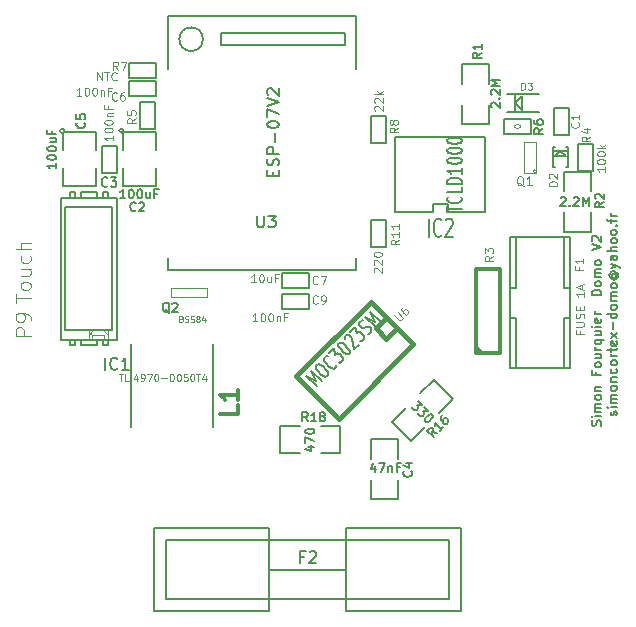
<source format=gbr>
G04 #@! TF.FileFunction,Legend,Top*
%FSLAX46Y46*%
G04 Gerber Fmt 4.6, Leading zero omitted, Abs format (unit mm)*
G04 Created by KiCad (PCBNEW 4.0.0~rc1a-stable) date sam. 21 nov. 2015 23:43:41 CET*
%MOMM*%
G01*
G04 APERTURE LIST*
%ADD10C,0.150000*%
%ADD11C,0.203200*%
%ADD12C,0.101600*%
%ADD13C,0.127000*%
%ADD14C,0.381000*%
%ADD15C,0.304800*%
%ADD16C,0.119380*%
%ADD17C,0.078740*%
%ADD18C,0.190500*%
%ADD19C,0.088900*%
%ADD20C,0.100000*%
%ADD21C,0.120000*%
%ADD22C,0.114300*%
%ADD23C,0.152400*%
%ADD24C,0.129540*%
G04 APERTURE END LIST*
D10*
X94361905Y-63495239D02*
X93561905Y-63495239D01*
X93561905Y-63304763D01*
X93600000Y-63190477D01*
X93676190Y-63114286D01*
X93752381Y-63076191D01*
X93904762Y-63038096D01*
X94019048Y-63038096D01*
X94171429Y-63076191D01*
X94247619Y-63114286D01*
X94323810Y-63190477D01*
X94361905Y-63304763D01*
X94361905Y-63495239D01*
X94361905Y-62580953D02*
X94323810Y-62657144D01*
X94285714Y-62695239D01*
X94209524Y-62733334D01*
X93980952Y-62733334D01*
X93904762Y-62695239D01*
X93866667Y-62657144D01*
X93828571Y-62580953D01*
X93828571Y-62466667D01*
X93866667Y-62390477D01*
X93904762Y-62352382D01*
X93980952Y-62314286D01*
X94209524Y-62314286D01*
X94285714Y-62352382D01*
X94323810Y-62390477D01*
X94361905Y-62466667D01*
X94361905Y-62580953D01*
X94361905Y-61971429D02*
X93828571Y-61971429D01*
X93904762Y-61971429D02*
X93866667Y-61933334D01*
X93828571Y-61857143D01*
X93828571Y-61742857D01*
X93866667Y-61666667D01*
X93942857Y-61628572D01*
X94361905Y-61628572D01*
X93942857Y-61628572D02*
X93866667Y-61590476D01*
X93828571Y-61514286D01*
X93828571Y-61400000D01*
X93866667Y-61323810D01*
X93942857Y-61285715D01*
X94361905Y-61285715D01*
X94361905Y-60790476D02*
X94323810Y-60866667D01*
X94285714Y-60904762D01*
X94209524Y-60942857D01*
X93980952Y-60942857D01*
X93904762Y-60904762D01*
X93866667Y-60866667D01*
X93828571Y-60790476D01*
X93828571Y-60676190D01*
X93866667Y-60600000D01*
X93904762Y-60561905D01*
X93980952Y-60523809D01*
X94209524Y-60523809D01*
X94285714Y-60561905D01*
X94323810Y-60600000D01*
X94361905Y-60676190D01*
X94361905Y-60790476D01*
X93561905Y-59685714D02*
X94361905Y-59419047D01*
X93561905Y-59152380D01*
X93638095Y-58923809D02*
X93600000Y-58885714D01*
X93561905Y-58809523D01*
X93561905Y-58619047D01*
X93600000Y-58542857D01*
X93638095Y-58504761D01*
X93714286Y-58466666D01*
X93790476Y-58466666D01*
X93904762Y-58504761D01*
X94361905Y-58961904D01*
X94361905Y-58466666D01*
X95673810Y-73664287D02*
X95711905Y-73588097D01*
X95711905Y-73435716D01*
X95673810Y-73359525D01*
X95597619Y-73321430D01*
X95559524Y-73321430D01*
X95483333Y-73359525D01*
X95445238Y-73435716D01*
X95445238Y-73550001D01*
X95407143Y-73626192D01*
X95330952Y-73664287D01*
X95292857Y-73664287D01*
X95216667Y-73626192D01*
X95178571Y-73550001D01*
X95178571Y-73435716D01*
X95216667Y-73359525D01*
X95711905Y-72978573D02*
X95178571Y-72978573D01*
X94911905Y-72978573D02*
X94950000Y-73016668D01*
X94988095Y-72978573D01*
X94950000Y-72940478D01*
X94911905Y-72978573D01*
X94988095Y-72978573D01*
X95711905Y-72597621D02*
X95178571Y-72597621D01*
X95254762Y-72597621D02*
X95216667Y-72559526D01*
X95178571Y-72483335D01*
X95178571Y-72369049D01*
X95216667Y-72292859D01*
X95292857Y-72254764D01*
X95711905Y-72254764D01*
X95292857Y-72254764D02*
X95216667Y-72216668D01*
X95178571Y-72140478D01*
X95178571Y-72026192D01*
X95216667Y-71950002D01*
X95292857Y-71911907D01*
X95711905Y-71911907D01*
X95711905Y-71416668D02*
X95673810Y-71492859D01*
X95635714Y-71530954D01*
X95559524Y-71569049D01*
X95330952Y-71569049D01*
X95254762Y-71530954D01*
X95216667Y-71492859D01*
X95178571Y-71416668D01*
X95178571Y-71302382D01*
X95216667Y-71226192D01*
X95254762Y-71188097D01*
X95330952Y-71150001D01*
X95559524Y-71150001D01*
X95635714Y-71188097D01*
X95673810Y-71226192D01*
X95711905Y-71302382D01*
X95711905Y-71416668D01*
X95178571Y-70807144D02*
X95711905Y-70807144D01*
X95254762Y-70807144D02*
X95216667Y-70769049D01*
X95178571Y-70692858D01*
X95178571Y-70578572D01*
X95216667Y-70502382D01*
X95292857Y-70464287D01*
X95711905Y-70464287D01*
X95673810Y-69740477D02*
X95711905Y-69816667D01*
X95711905Y-69969048D01*
X95673810Y-70045239D01*
X95635714Y-70083334D01*
X95559524Y-70121429D01*
X95330952Y-70121429D01*
X95254762Y-70083334D01*
X95216667Y-70045239D01*
X95178571Y-69969048D01*
X95178571Y-69816667D01*
X95216667Y-69740477D01*
X95711905Y-69283334D02*
X95673810Y-69359525D01*
X95635714Y-69397620D01*
X95559524Y-69435715D01*
X95330952Y-69435715D01*
X95254762Y-69397620D01*
X95216667Y-69359525D01*
X95178571Y-69283334D01*
X95178571Y-69169048D01*
X95216667Y-69092858D01*
X95254762Y-69054763D01*
X95330952Y-69016667D01*
X95559524Y-69016667D01*
X95635714Y-69054763D01*
X95673810Y-69092858D01*
X95711905Y-69169048D01*
X95711905Y-69283334D01*
X95711905Y-68673810D02*
X95178571Y-68673810D01*
X95330952Y-68673810D02*
X95254762Y-68635715D01*
X95216667Y-68597619D01*
X95178571Y-68521429D01*
X95178571Y-68445238D01*
X95178571Y-68292858D02*
X95178571Y-67988096D01*
X94911905Y-68178572D02*
X95597619Y-68178572D01*
X95673810Y-68140477D01*
X95711905Y-68064286D01*
X95711905Y-67988096D01*
X95673810Y-67416667D02*
X95711905Y-67492857D01*
X95711905Y-67645238D01*
X95673810Y-67721429D01*
X95597619Y-67759524D01*
X95292857Y-67759524D01*
X95216667Y-67721429D01*
X95178571Y-67645238D01*
X95178571Y-67492857D01*
X95216667Y-67416667D01*
X95292857Y-67378572D01*
X95369048Y-67378572D01*
X95445238Y-67759524D01*
X95711905Y-67111905D02*
X95178571Y-66692858D01*
X95178571Y-67111905D02*
X95711905Y-66692858D01*
X95407143Y-66388096D02*
X95407143Y-65778572D01*
X95711905Y-65054763D02*
X94911905Y-65054763D01*
X95673810Y-65054763D02*
X95711905Y-65130953D01*
X95711905Y-65283334D01*
X95673810Y-65359525D01*
X95635714Y-65397620D01*
X95559524Y-65435715D01*
X95330952Y-65435715D01*
X95254762Y-65397620D01*
X95216667Y-65359525D01*
X95178571Y-65283334D01*
X95178571Y-65130953D01*
X95216667Y-65054763D01*
X95711905Y-64559524D02*
X95673810Y-64635715D01*
X95635714Y-64673810D01*
X95559524Y-64711905D01*
X95330952Y-64711905D01*
X95254762Y-64673810D01*
X95216667Y-64635715D01*
X95178571Y-64559524D01*
X95178571Y-64445238D01*
X95216667Y-64369048D01*
X95254762Y-64330953D01*
X95330952Y-64292857D01*
X95559524Y-64292857D01*
X95635714Y-64330953D01*
X95673810Y-64369048D01*
X95711905Y-64445238D01*
X95711905Y-64559524D01*
X95711905Y-63950000D02*
X95178571Y-63950000D01*
X95254762Y-63950000D02*
X95216667Y-63911905D01*
X95178571Y-63835714D01*
X95178571Y-63721428D01*
X95216667Y-63645238D01*
X95292857Y-63607143D01*
X95711905Y-63607143D01*
X95292857Y-63607143D02*
X95216667Y-63569047D01*
X95178571Y-63492857D01*
X95178571Y-63378571D01*
X95216667Y-63302381D01*
X95292857Y-63264286D01*
X95711905Y-63264286D01*
X95711905Y-62769047D02*
X95673810Y-62845238D01*
X95635714Y-62883333D01*
X95559524Y-62921428D01*
X95330952Y-62921428D01*
X95254762Y-62883333D01*
X95216667Y-62845238D01*
X95178571Y-62769047D01*
X95178571Y-62654761D01*
X95216667Y-62578571D01*
X95254762Y-62540476D01*
X95330952Y-62502380D01*
X95559524Y-62502380D01*
X95635714Y-62540476D01*
X95673810Y-62578571D01*
X95711905Y-62654761D01*
X95711905Y-62769047D01*
X95330952Y-61664285D02*
X95292857Y-61702380D01*
X95254762Y-61778570D01*
X95254762Y-61854761D01*
X95292857Y-61930951D01*
X95330952Y-61969047D01*
X95407143Y-62007142D01*
X95483333Y-62007142D01*
X95559524Y-61969047D01*
X95597619Y-61930951D01*
X95635714Y-61854761D01*
X95635714Y-61778570D01*
X95597619Y-61702380D01*
X95559524Y-61664285D01*
X95254762Y-61664285D02*
X95559524Y-61664285D01*
X95597619Y-61626189D01*
X95597619Y-61588094D01*
X95559524Y-61511904D01*
X95483333Y-61473809D01*
X95292857Y-61473809D01*
X95178571Y-61549999D01*
X95102381Y-61664285D01*
X95064286Y-61816666D01*
X95102381Y-61969047D01*
X95178571Y-62083332D01*
X95292857Y-62159523D01*
X95445238Y-62197618D01*
X95597619Y-62159523D01*
X95711905Y-62083332D01*
X95788095Y-61969047D01*
X95826190Y-61816666D01*
X95788095Y-61664285D01*
X95711905Y-61549999D01*
X95178571Y-61207142D02*
X95711905Y-61016666D01*
X95178571Y-60826190D02*
X95711905Y-61016666D01*
X95902381Y-61092857D01*
X95940476Y-61130952D01*
X95978571Y-61207142D01*
X95711905Y-60178571D02*
X95292857Y-60178571D01*
X95216667Y-60216666D01*
X95178571Y-60292856D01*
X95178571Y-60445237D01*
X95216667Y-60521428D01*
X95673810Y-60178571D02*
X95711905Y-60254761D01*
X95711905Y-60445237D01*
X95673810Y-60521428D01*
X95597619Y-60559523D01*
X95521429Y-60559523D01*
X95445238Y-60521428D01*
X95407143Y-60445237D01*
X95407143Y-60254761D01*
X95369048Y-60178571D01*
X95711905Y-59797618D02*
X94911905Y-59797618D01*
X95711905Y-59454761D02*
X95292857Y-59454761D01*
X95216667Y-59492856D01*
X95178571Y-59569046D01*
X95178571Y-59683332D01*
X95216667Y-59759523D01*
X95254762Y-59797618D01*
X95711905Y-58959522D02*
X95673810Y-59035713D01*
X95635714Y-59073808D01*
X95559524Y-59111903D01*
X95330952Y-59111903D01*
X95254762Y-59073808D01*
X95216667Y-59035713D01*
X95178571Y-58959522D01*
X95178571Y-58845236D01*
X95216667Y-58769046D01*
X95254762Y-58730951D01*
X95330952Y-58692855D01*
X95559524Y-58692855D01*
X95635714Y-58730951D01*
X95673810Y-58769046D01*
X95711905Y-58845236D01*
X95711905Y-58959522D01*
X95711905Y-58235712D02*
X95673810Y-58311903D01*
X95635714Y-58349998D01*
X95559524Y-58388093D01*
X95330952Y-58388093D01*
X95254762Y-58349998D01*
X95216667Y-58311903D01*
X95178571Y-58235712D01*
X95178571Y-58121426D01*
X95216667Y-58045236D01*
X95254762Y-58007141D01*
X95330952Y-57969045D01*
X95559524Y-57969045D01*
X95635714Y-58007141D01*
X95673810Y-58045236D01*
X95711905Y-58121426D01*
X95711905Y-58235712D01*
X95635714Y-57626188D02*
X95673810Y-57588093D01*
X95711905Y-57626188D01*
X95673810Y-57664283D01*
X95635714Y-57626188D01*
X95711905Y-57626188D01*
X95178571Y-57359522D02*
X95178571Y-57054760D01*
X95711905Y-57245236D02*
X95026190Y-57245236D01*
X94950000Y-57207141D01*
X94911905Y-57130950D01*
X94911905Y-57054760D01*
X95711905Y-56788093D02*
X95178571Y-56788093D01*
X95330952Y-56788093D02*
X95254762Y-56749998D01*
X95216667Y-56711902D01*
X95178571Y-56635712D01*
X95178571Y-56559521D01*
X94323810Y-74550001D02*
X94361905Y-74435715D01*
X94361905Y-74245239D01*
X94323810Y-74169049D01*
X94285714Y-74130953D01*
X94209524Y-74092858D01*
X94133333Y-74092858D01*
X94057143Y-74130953D01*
X94019048Y-74169049D01*
X93980952Y-74245239D01*
X93942857Y-74397620D01*
X93904762Y-74473811D01*
X93866667Y-74511906D01*
X93790476Y-74550001D01*
X93714286Y-74550001D01*
X93638095Y-74511906D01*
X93600000Y-74473811D01*
X93561905Y-74397620D01*
X93561905Y-74207144D01*
X93600000Y-74092858D01*
X94361905Y-73750001D02*
X93828571Y-73750001D01*
X93561905Y-73750001D02*
X93600000Y-73788096D01*
X93638095Y-73750001D01*
X93600000Y-73711906D01*
X93561905Y-73750001D01*
X93638095Y-73750001D01*
X94361905Y-73369049D02*
X93828571Y-73369049D01*
X93904762Y-73369049D02*
X93866667Y-73330954D01*
X93828571Y-73254763D01*
X93828571Y-73140477D01*
X93866667Y-73064287D01*
X93942857Y-73026192D01*
X94361905Y-73026192D01*
X93942857Y-73026192D02*
X93866667Y-72988096D01*
X93828571Y-72911906D01*
X93828571Y-72797620D01*
X93866667Y-72721430D01*
X93942857Y-72683335D01*
X94361905Y-72683335D01*
X94361905Y-72188096D02*
X94323810Y-72264287D01*
X94285714Y-72302382D01*
X94209524Y-72340477D01*
X93980952Y-72340477D01*
X93904762Y-72302382D01*
X93866667Y-72264287D01*
X93828571Y-72188096D01*
X93828571Y-72073810D01*
X93866667Y-71997620D01*
X93904762Y-71959525D01*
X93980952Y-71921429D01*
X94209524Y-71921429D01*
X94285714Y-71959525D01*
X94323810Y-71997620D01*
X94361905Y-72073810D01*
X94361905Y-72188096D01*
X93828571Y-71578572D02*
X94361905Y-71578572D01*
X93904762Y-71578572D02*
X93866667Y-71540477D01*
X93828571Y-71464286D01*
X93828571Y-71350000D01*
X93866667Y-71273810D01*
X93942857Y-71235715D01*
X94361905Y-71235715D01*
X93942857Y-69978571D02*
X93942857Y-70245238D01*
X94361905Y-70245238D02*
X93561905Y-70245238D01*
X93561905Y-69864285D01*
X94361905Y-69445238D02*
X94323810Y-69521429D01*
X94285714Y-69559524D01*
X94209524Y-69597619D01*
X93980952Y-69597619D01*
X93904762Y-69559524D01*
X93866667Y-69521429D01*
X93828571Y-69445238D01*
X93828571Y-69330952D01*
X93866667Y-69254762D01*
X93904762Y-69216667D01*
X93980952Y-69178571D01*
X94209524Y-69178571D01*
X94285714Y-69216667D01*
X94323810Y-69254762D01*
X94361905Y-69330952D01*
X94361905Y-69445238D01*
X93828571Y-68492857D02*
X94361905Y-68492857D01*
X93828571Y-68835714D02*
X94247619Y-68835714D01*
X94323810Y-68797619D01*
X94361905Y-68721428D01*
X94361905Y-68607142D01*
X94323810Y-68530952D01*
X94285714Y-68492857D01*
X94361905Y-68111904D02*
X93828571Y-68111904D01*
X93980952Y-68111904D02*
X93904762Y-68073809D01*
X93866667Y-68035713D01*
X93828571Y-67959523D01*
X93828571Y-67883332D01*
X93828571Y-67273809D02*
X94628571Y-67273809D01*
X94323810Y-67273809D02*
X94361905Y-67349999D01*
X94361905Y-67502380D01*
X94323810Y-67578571D01*
X94285714Y-67616666D01*
X94209524Y-67654761D01*
X93980952Y-67654761D01*
X93904762Y-67616666D01*
X93866667Y-67578571D01*
X93828571Y-67502380D01*
X93828571Y-67349999D01*
X93866667Y-67273809D01*
X93828571Y-66549999D02*
X94361905Y-66549999D01*
X93828571Y-66892856D02*
X94247619Y-66892856D01*
X94323810Y-66854761D01*
X94361905Y-66778570D01*
X94361905Y-66664284D01*
X94323810Y-66588094D01*
X94285714Y-66549999D01*
X94361905Y-66169046D02*
X93828571Y-66169046D01*
X93561905Y-66169046D02*
X93600000Y-66207141D01*
X93638095Y-66169046D01*
X93600000Y-66130951D01*
X93561905Y-66169046D01*
X93638095Y-66169046D01*
X94323810Y-65483332D02*
X94361905Y-65559522D01*
X94361905Y-65711903D01*
X94323810Y-65788094D01*
X94247619Y-65826189D01*
X93942857Y-65826189D01*
X93866667Y-65788094D01*
X93828571Y-65711903D01*
X93828571Y-65559522D01*
X93866667Y-65483332D01*
X93942857Y-65445237D01*
X94019048Y-65445237D01*
X94095238Y-65826189D01*
X94361905Y-65102380D02*
X93828571Y-65102380D01*
X93980952Y-65102380D02*
X93904762Y-65064285D01*
X93866667Y-65026189D01*
X93828571Y-64949999D01*
X93828571Y-64873808D01*
D11*
X49001020Y-56050620D02*
X52998980Y-56050620D01*
X52998980Y-56050620D02*
X52998980Y-66449380D01*
X52998980Y-66449380D02*
X49001020Y-66449380D01*
X49001020Y-66449380D02*
X49001020Y-56050620D01*
X48602240Y-55250520D02*
X53397760Y-55250520D01*
X53397760Y-55250520D02*
X53397760Y-67249480D01*
X53397760Y-67249480D02*
X48602240Y-67249480D01*
X48602240Y-67249480D02*
X48602240Y-55250520D01*
X51698500Y-67348540D02*
X51698500Y-67749860D01*
X51698500Y-67749860D02*
X50301500Y-67749860D01*
X50301500Y-67749860D02*
X50301500Y-67348540D01*
X52198880Y-67348540D02*
X52198880Y-67749860D01*
X52198880Y-67749860D02*
X52597660Y-67749860D01*
X52597660Y-67749860D02*
X52597660Y-67348540D01*
X49801120Y-67348540D02*
X49801120Y-67749860D01*
X49801120Y-67749860D02*
X49402340Y-67749860D01*
X49402340Y-67749860D02*
X49402340Y-67348540D01*
X52198880Y-55151460D02*
X52198880Y-54750140D01*
X52198880Y-54750140D02*
X52597660Y-54750140D01*
X52597660Y-54750140D02*
X52597660Y-55151460D01*
X49801120Y-55151460D02*
X49801120Y-54750140D01*
X49801120Y-54750140D02*
X49402340Y-54750140D01*
X49402340Y-54750140D02*
X49402340Y-55151460D01*
X51698500Y-55151460D02*
X51698500Y-54750140D01*
X51698500Y-54750140D02*
X50301500Y-54750140D01*
X50301500Y-54750140D02*
X50301500Y-55151460D01*
D12*
X52597660Y-66548440D02*
X52597660Y-66848160D01*
X52597660Y-66848160D02*
X52597660Y-67147880D01*
X51000000Y-66548440D02*
X51000000Y-66848160D01*
X51000000Y-66848160D02*
X51000000Y-67147880D01*
X52297940Y-67147880D02*
X52297940Y-66848160D01*
X52297940Y-66848160D02*
X51299720Y-66848160D01*
X51299720Y-66848160D02*
X51299720Y-67147880D01*
X52297940Y-66548440D02*
X52597660Y-66848160D01*
X51299720Y-66548440D02*
X51000000Y-66848160D01*
X52399540Y-66749100D02*
X52297940Y-66848160D01*
X51198120Y-66749100D02*
X51299720Y-66848160D01*
D10*
X61539000Y-74620000D02*
X61539000Y-67620000D01*
X54539000Y-67620000D02*
X54539000Y-74620000D01*
D13*
X84893000Y-43960000D02*
X82607000Y-43960000D01*
X82607000Y-43960000D02*
X82607000Y-45611000D01*
X84893000Y-47389000D02*
X84893000Y-49040000D01*
X84893000Y-49040000D02*
X82607000Y-49040000D01*
X82607000Y-49040000D02*
X82607000Y-47389000D01*
X84893000Y-45611000D02*
X84893000Y-43960000D01*
X81854274Y-72262172D02*
X80237828Y-70645726D01*
X80237828Y-70645726D02*
X79070395Y-71813159D01*
X79429605Y-74686841D02*
X78262172Y-75854274D01*
X78262172Y-75854274D02*
X76645726Y-74237828D01*
X76645726Y-74237828D02*
X77813159Y-73070395D01*
X80686841Y-73429605D02*
X81854274Y-72262172D01*
X72290000Y-76893000D02*
X72290000Y-74607000D01*
X72290000Y-74607000D02*
X70639000Y-74607000D01*
X68861000Y-76893000D02*
X67210000Y-76893000D01*
X67210000Y-76893000D02*
X67210000Y-74607000D01*
X67210000Y-74607000D02*
X68861000Y-74607000D01*
X70639000Y-76893000D02*
X72290000Y-76893000D01*
X77143000Y-75710000D02*
X74857000Y-75710000D01*
X74857000Y-75710000D02*
X74857000Y-77361000D01*
X77143000Y-79139000D02*
X77143000Y-80790000D01*
X77143000Y-80790000D02*
X74857000Y-80790000D01*
X74857000Y-80790000D02*
X74857000Y-79139000D01*
X77143000Y-77361000D02*
X77143000Y-75710000D01*
X91257000Y-58140000D02*
X93543000Y-58140000D01*
X93543000Y-58140000D02*
X93543000Y-56489000D01*
X91257000Y-54711000D02*
X91257000Y-53060000D01*
X91257000Y-53060000D02*
X93543000Y-53060000D01*
X93543000Y-53060000D02*
X93543000Y-54711000D01*
X91257000Y-56489000D02*
X91257000Y-58140000D01*
X67357000Y-63365000D02*
X69643000Y-63365000D01*
X69643000Y-63365000D02*
X69643000Y-64635000D01*
X69643000Y-64635000D02*
X67357000Y-64635000D01*
X67357000Y-64635000D02*
X67357000Y-63365000D01*
X74865000Y-59393000D02*
X74865000Y-57107000D01*
X74865000Y-57107000D02*
X76135000Y-57107000D01*
X76135000Y-57107000D02*
X76135000Y-59393000D01*
X76135000Y-59393000D02*
X74865000Y-59393000D01*
X67357000Y-61615000D02*
X69643000Y-61615000D01*
X69643000Y-61615000D02*
X69643000Y-62885000D01*
X69643000Y-62885000D02*
X67357000Y-62885000D01*
X67357000Y-62885000D02*
X67357000Y-61615000D01*
X53385000Y-50857000D02*
X53385000Y-53143000D01*
X53385000Y-53143000D02*
X52115000Y-53143000D01*
X52115000Y-53143000D02*
X52115000Y-50857000D01*
X52115000Y-50857000D02*
X53385000Y-50857000D01*
X93726000Y-50673000D02*
X93726000Y-52959000D01*
X93726000Y-52959000D02*
X92456000Y-52959000D01*
X92456000Y-52959000D02*
X92456000Y-50673000D01*
X92456000Y-50673000D02*
X93726000Y-50673000D01*
X88393000Y-49885000D02*
X86107000Y-49885000D01*
X86107000Y-49885000D02*
X86107000Y-48615000D01*
X86107000Y-48615000D02*
X88393000Y-48615000D01*
X88393000Y-48615000D02*
X88393000Y-49885000D01*
D11*
X91232000Y-58612000D02*
X91232000Y-62930000D01*
X91232000Y-62930000D02*
X91740000Y-62930000D01*
X87168000Y-58612000D02*
X87168000Y-62930000D01*
X87168000Y-62930000D02*
X86660000Y-62930000D01*
X87168000Y-69661000D02*
X87168000Y-65470000D01*
X87168000Y-65470000D02*
X86660000Y-65470000D01*
X91232000Y-69661000D02*
X91232000Y-65470000D01*
X91232000Y-65470000D02*
X91740000Y-65470000D01*
X91740000Y-69661000D02*
X91740000Y-58612000D01*
X86660000Y-58612000D02*
X86660000Y-69661000D01*
X86660000Y-58612000D02*
X91740000Y-58612000D01*
X91740000Y-69661000D02*
X86660000Y-69661000D01*
D14*
X78439141Y-67652962D02*
X72152962Y-73939141D01*
X72152962Y-73939141D02*
X68560859Y-70347038D01*
X68560859Y-70347038D02*
X74847038Y-64060859D01*
X74847038Y-64060859D02*
X78439141Y-67652962D01*
X77092102Y-66305923D02*
X76194077Y-67203949D01*
X76194077Y-67203949D02*
X75296051Y-66305923D01*
X75296051Y-66305923D02*
X76194077Y-65407898D01*
D15*
X83784000Y-68356000D02*
X83784000Y-61244000D01*
X83784000Y-61244000D02*
X85816000Y-61244000D01*
X85816000Y-61244000D02*
X85816000Y-68356000D01*
X85816000Y-68356000D02*
X83784000Y-68356000D01*
X84292000Y-68356000D02*
X83784000Y-67848000D01*
D10*
X80115000Y-56445000D02*
X80115000Y-55810000D01*
X80115000Y-55810000D02*
X81385000Y-55810000D01*
X81385000Y-55810000D02*
X81385000Y-56445000D01*
X81385000Y-56445000D02*
X84560000Y-56445000D01*
X84560000Y-56445000D02*
X84560000Y-50095000D01*
X84560000Y-50095000D02*
X76940000Y-50095000D01*
X76940000Y-50095000D02*
X76940000Y-56445000D01*
X76940000Y-56445000D02*
X80115000Y-56445000D01*
D13*
X48905605Y-49587000D02*
G75*
G03X48905605Y-49587000I-179605J0D01*
G01*
X51647000Y-51238000D02*
X51647000Y-49714000D01*
X51647000Y-49714000D02*
X48853000Y-49714000D01*
X48853000Y-49714000D02*
X48853000Y-51238000D01*
X48853000Y-52762000D02*
X48853000Y-54286000D01*
X48853000Y-54286000D02*
X51647000Y-54286000D01*
X51647000Y-54286000D02*
X51647000Y-52762000D01*
X53905605Y-49587000D02*
G75*
G03X53905605Y-49587000I-179605J0D01*
G01*
X56647000Y-51238000D02*
X56647000Y-49714000D01*
X56647000Y-49714000D02*
X53853000Y-49714000D01*
X53853000Y-49714000D02*
X53853000Y-51238000D01*
X53853000Y-52762000D02*
X53853000Y-54286000D01*
X53853000Y-54286000D02*
X56647000Y-54286000D01*
X56647000Y-54286000D02*
X56647000Y-52762000D01*
D16*
X57976000Y-62869000D02*
X61024000Y-62869000D01*
X61024000Y-62869000D02*
X61024000Y-63631000D01*
X61024000Y-63631000D02*
X57976000Y-63631000D01*
X57976000Y-63631000D02*
X57976000Y-62869000D01*
D17*
X88901590Y-52992020D02*
G75*
G03X88901590Y-52992020I-159070J0D01*
G01*
X87884000Y-50546000D02*
X88900000Y-50546000D01*
X87884000Y-53149500D02*
X88900000Y-53149500D01*
X88900000Y-50546000D02*
X88900000Y-53149500D01*
X87884000Y-53149500D02*
X87884000Y-50546000D01*
D13*
X55365000Y-49393000D02*
X55365000Y-47107000D01*
X55365000Y-47107000D02*
X56635000Y-47107000D01*
X56635000Y-47107000D02*
X56635000Y-49393000D01*
X56635000Y-49393000D02*
X55365000Y-49393000D01*
X56643000Y-45135000D02*
X54357000Y-45135000D01*
X54357000Y-45135000D02*
X54357000Y-43865000D01*
X54357000Y-43865000D02*
X56643000Y-43865000D01*
X56643000Y-43865000D02*
X56643000Y-45135000D01*
X56643000Y-46635000D02*
X54357000Y-46635000D01*
X54357000Y-46635000D02*
X54357000Y-45365000D01*
X54357000Y-45365000D02*
X56643000Y-45365000D01*
X56643000Y-45365000D02*
X56643000Y-46635000D01*
D18*
X91556840Y-51290220D02*
X90307160Y-51290220D01*
X91356180Y-51716940D02*
X90507820Y-51716940D01*
X90507820Y-51716940D02*
X90932000Y-51290220D01*
X90932000Y-51290220D02*
X91356180Y-51716940D01*
X90307160Y-50965100D02*
X90431620Y-50965100D01*
X91556840Y-50965100D02*
X91432380Y-50965100D01*
X90307160Y-52666900D02*
X90431620Y-52666900D01*
X91556840Y-52666900D02*
X91432380Y-52666900D01*
X90312240Y-50965100D02*
X90312240Y-52666900D01*
X91561920Y-50965100D02*
X91561920Y-52666900D01*
X89098740Y-48024700D02*
X86401260Y-48024700D01*
X86401260Y-46475300D02*
X89098740Y-46475300D01*
X87048960Y-46475300D02*
X87048960Y-48024700D01*
X87048960Y-47250000D02*
X87650940Y-46650560D01*
X87650940Y-46650560D02*
X87650940Y-47849440D01*
X87650940Y-47849440D02*
X87048960Y-47250000D01*
D13*
X91635000Y-47607000D02*
X91635000Y-49893000D01*
X91635000Y-49893000D02*
X90365000Y-49893000D01*
X90365000Y-49893000D02*
X90365000Y-47607000D01*
X90365000Y-47607000D02*
X91635000Y-47607000D01*
X76135000Y-48357000D02*
X76135000Y-50643000D01*
X76135000Y-50643000D02*
X74865000Y-50643000D01*
X74865000Y-50643000D02*
X74865000Y-48357000D01*
X74865000Y-48357000D02*
X76135000Y-48357000D01*
D10*
X62159000Y-41324000D02*
X72659000Y-41324000D01*
X72659000Y-41324000D02*
X72659000Y-42324000D01*
X72659000Y-42324000D02*
X62159000Y-42324000D01*
X62159000Y-42324000D02*
X62159000Y-41324000D01*
X62159000Y-41324000D02*
X62659000Y-41324000D01*
X62659000Y-41324000D02*
X62159000Y-41324000D01*
X62159000Y-41324000D02*
X62659000Y-41324000D01*
X60659000Y-41824000D02*
G75*
G03X60659000Y-41824000I-1000000J0D01*
G01*
X57659000Y-44324000D02*
X57659000Y-39824000D01*
X57659000Y-39824000D02*
X73659000Y-39824000D01*
X73659000Y-39824000D02*
X73659000Y-44324000D01*
X57659000Y-60324000D02*
X57659000Y-61324000D01*
X57659000Y-61324000D02*
X73659000Y-61324000D01*
X73659000Y-61324000D02*
X73659000Y-60324000D01*
X72751200Y-86750000D02*
X66248800Y-86750000D01*
X72751200Y-83249880D02*
X72751200Y-90250120D01*
X81498960Y-90250120D02*
X72751200Y-90250120D01*
X81498960Y-83249880D02*
X72751200Y-83249880D01*
X58750720Y-89249360D02*
X57501040Y-89249360D01*
X58999640Y-84250640D02*
X57501040Y-84250640D01*
X71001140Y-89249360D02*
X58750720Y-89249360D01*
X70749680Y-84250640D02*
X58999640Y-84250640D01*
X81498960Y-89249360D02*
X71001140Y-89249360D01*
X81498960Y-84250640D02*
X70749680Y-84250640D01*
X81498960Y-84250640D02*
X81498960Y-89249360D01*
X82499720Y-83249880D02*
X81498960Y-83249880D01*
X82499720Y-83249880D02*
X82499720Y-90250120D01*
X82499720Y-90250120D02*
X81498960Y-90250120D01*
X57501040Y-84250640D02*
X57501040Y-89249360D01*
X66248800Y-83249880D02*
X56500280Y-83249880D01*
X56500280Y-83249880D02*
X56500280Y-90250120D01*
X66248800Y-90250120D02*
X56500280Y-90250120D01*
X66248800Y-83249880D02*
X66248800Y-90250120D01*
D19*
X46074524Y-66937381D02*
X44804524Y-66937381D01*
X44804524Y-66453572D01*
X44865000Y-66332619D01*
X44925476Y-66272143D01*
X45046429Y-66211667D01*
X45227857Y-66211667D01*
X45348810Y-66272143D01*
X45409286Y-66332619D01*
X45469762Y-66453572D01*
X45469762Y-66937381D01*
X46074524Y-65606905D02*
X46074524Y-65365000D01*
X46014048Y-65244048D01*
X45953571Y-65183572D01*
X45772143Y-65062619D01*
X45530238Y-65002143D01*
X45046429Y-65002143D01*
X44925476Y-65062619D01*
X44865000Y-65123095D01*
X44804524Y-65244048D01*
X44804524Y-65485952D01*
X44865000Y-65606905D01*
X44925476Y-65667381D01*
X45046429Y-65727857D01*
X45348810Y-65727857D01*
X45469762Y-65667381D01*
X45530238Y-65606905D01*
X45590714Y-65485952D01*
X45590714Y-65244048D01*
X45530238Y-65123095D01*
X45469762Y-65062619D01*
X45348810Y-65002143D01*
X44804524Y-64130715D02*
X44804524Y-63405000D01*
X46074524Y-63767857D02*
X44804524Y-63767857D01*
X46074524Y-62800238D02*
X46014048Y-62921191D01*
X45953571Y-62981667D01*
X45832619Y-63042143D01*
X45469762Y-63042143D01*
X45348810Y-62981667D01*
X45288333Y-62921191D01*
X45227857Y-62800238D01*
X45227857Y-62618810D01*
X45288333Y-62497858D01*
X45348810Y-62437381D01*
X45469762Y-62376905D01*
X45832619Y-62376905D01*
X45953571Y-62437381D01*
X46014048Y-62497858D01*
X46074524Y-62618810D01*
X46074524Y-62800238D01*
X45227857Y-61288333D02*
X46074524Y-61288333D01*
X45227857Y-61832619D02*
X45893095Y-61832619D01*
X46014048Y-61772143D01*
X46074524Y-61651190D01*
X46074524Y-61469762D01*
X46014048Y-61348810D01*
X45953571Y-61288333D01*
X46014048Y-60139285D02*
X46074524Y-60260238D01*
X46074524Y-60502142D01*
X46014048Y-60623095D01*
X45953571Y-60683571D01*
X45832619Y-60744047D01*
X45469762Y-60744047D01*
X45348810Y-60683571D01*
X45288333Y-60623095D01*
X45227857Y-60502142D01*
X45227857Y-60260238D01*
X45288333Y-60139285D01*
X46074524Y-59595000D02*
X44804524Y-59595000D01*
X46074524Y-59050714D02*
X45409286Y-59050714D01*
X45288333Y-59111191D01*
X45227857Y-59232143D01*
X45227857Y-59413571D01*
X45288333Y-59534524D01*
X45348810Y-59595000D01*
D10*
X52363810Y-69794381D02*
X52363810Y-68794381D01*
X53411429Y-69699143D02*
X53363810Y-69746762D01*
X53220953Y-69794381D01*
X53125715Y-69794381D01*
X52982857Y-69746762D01*
X52887619Y-69651524D01*
X52840000Y-69556286D01*
X52792381Y-69365810D01*
X52792381Y-69222952D01*
X52840000Y-69032476D01*
X52887619Y-68937238D01*
X52982857Y-68842000D01*
X53125715Y-68794381D01*
X53220953Y-68794381D01*
X53363810Y-68842000D01*
X53411429Y-68889619D01*
X54363810Y-69794381D02*
X53792381Y-69794381D01*
X54078095Y-69794381D02*
X54078095Y-68794381D01*
X53982857Y-68937238D01*
X53887619Y-69032476D01*
X53792381Y-69080095D01*
D20*
X53534142Y-70156429D02*
X53876999Y-70156429D01*
X53705570Y-70756429D02*
X53705570Y-70156429D01*
X54362713Y-70756429D02*
X54076999Y-70756429D01*
X54076999Y-70156429D01*
X54562713Y-70756429D02*
X54562713Y-70156429D01*
X55105570Y-70356429D02*
X55105570Y-70756429D01*
X54962713Y-70127857D02*
X54819856Y-70556429D01*
X55191284Y-70556429D01*
X55448428Y-70756429D02*
X55562713Y-70756429D01*
X55619856Y-70727857D01*
X55648428Y-70699286D01*
X55705570Y-70613571D01*
X55734142Y-70499286D01*
X55734142Y-70270714D01*
X55705570Y-70213571D01*
X55676999Y-70185000D01*
X55619856Y-70156429D01*
X55505570Y-70156429D01*
X55448428Y-70185000D01*
X55419856Y-70213571D01*
X55391285Y-70270714D01*
X55391285Y-70413571D01*
X55419856Y-70470714D01*
X55448428Y-70499286D01*
X55505570Y-70527857D01*
X55619856Y-70527857D01*
X55676999Y-70499286D01*
X55705570Y-70470714D01*
X55734142Y-70413571D01*
X55934142Y-70156429D02*
X56334142Y-70156429D01*
X56076999Y-70756429D01*
X56677000Y-70156429D02*
X56734143Y-70156429D01*
X56791286Y-70185000D01*
X56819857Y-70213571D01*
X56848428Y-70270714D01*
X56877000Y-70385000D01*
X56877000Y-70527857D01*
X56848428Y-70642143D01*
X56819857Y-70699286D01*
X56791286Y-70727857D01*
X56734143Y-70756429D01*
X56677000Y-70756429D01*
X56619857Y-70727857D01*
X56591286Y-70699286D01*
X56562714Y-70642143D01*
X56534143Y-70527857D01*
X56534143Y-70385000D01*
X56562714Y-70270714D01*
X56591286Y-70213571D01*
X56619857Y-70185000D01*
X56677000Y-70156429D01*
X57134143Y-70527857D02*
X57591286Y-70527857D01*
X57877000Y-70756429D02*
X57877000Y-70156429D01*
X58019857Y-70156429D01*
X58105572Y-70185000D01*
X58162714Y-70242143D01*
X58191286Y-70299286D01*
X58219857Y-70413571D01*
X58219857Y-70499286D01*
X58191286Y-70613571D01*
X58162714Y-70670714D01*
X58105572Y-70727857D01*
X58019857Y-70756429D01*
X57877000Y-70756429D01*
X58591286Y-70156429D02*
X58648429Y-70156429D01*
X58705572Y-70185000D01*
X58734143Y-70213571D01*
X58762714Y-70270714D01*
X58791286Y-70385000D01*
X58791286Y-70527857D01*
X58762714Y-70642143D01*
X58734143Y-70699286D01*
X58705572Y-70727857D01*
X58648429Y-70756429D01*
X58591286Y-70756429D01*
X58534143Y-70727857D01*
X58505572Y-70699286D01*
X58477000Y-70642143D01*
X58448429Y-70527857D01*
X58448429Y-70385000D01*
X58477000Y-70270714D01*
X58505572Y-70213571D01*
X58534143Y-70185000D01*
X58591286Y-70156429D01*
X59334143Y-70156429D02*
X59048429Y-70156429D01*
X59019858Y-70442143D01*
X59048429Y-70413571D01*
X59105572Y-70385000D01*
X59248429Y-70385000D01*
X59305572Y-70413571D01*
X59334143Y-70442143D01*
X59362715Y-70499286D01*
X59362715Y-70642143D01*
X59334143Y-70699286D01*
X59305572Y-70727857D01*
X59248429Y-70756429D01*
X59105572Y-70756429D01*
X59048429Y-70727857D01*
X59019858Y-70699286D01*
X59734144Y-70156429D02*
X59791287Y-70156429D01*
X59848430Y-70185000D01*
X59877001Y-70213571D01*
X59905572Y-70270714D01*
X59934144Y-70385000D01*
X59934144Y-70527857D01*
X59905572Y-70642143D01*
X59877001Y-70699286D01*
X59848430Y-70727857D01*
X59791287Y-70756429D01*
X59734144Y-70756429D01*
X59677001Y-70727857D01*
X59648430Y-70699286D01*
X59619858Y-70642143D01*
X59591287Y-70527857D01*
X59591287Y-70385000D01*
X59619858Y-70270714D01*
X59648430Y-70213571D01*
X59677001Y-70185000D01*
X59734144Y-70156429D01*
X60105573Y-70156429D02*
X60448430Y-70156429D01*
X60277001Y-70756429D02*
X60277001Y-70156429D01*
X60905573Y-70356429D02*
X60905573Y-70756429D01*
X60762716Y-70127857D02*
X60619859Y-70556429D01*
X60991287Y-70556429D01*
D13*
X84244714Y-42977000D02*
X83881857Y-43231000D01*
X84244714Y-43412428D02*
X83482714Y-43412428D01*
X83482714Y-43122143D01*
X83519000Y-43049571D01*
X83555286Y-43013286D01*
X83627857Y-42977000D01*
X83736714Y-42977000D01*
X83809286Y-43013286D01*
X83845571Y-43049571D01*
X83881857Y-43122143D01*
X83881857Y-43412428D01*
X84244714Y-42251286D02*
X84244714Y-42686714D01*
X84244714Y-42469000D02*
X83482714Y-42469000D01*
X83591571Y-42541571D01*
X83664143Y-42614143D01*
X83700429Y-42686714D01*
X85105286Y-47597428D02*
X85069000Y-47561142D01*
X85032714Y-47488571D01*
X85032714Y-47307142D01*
X85069000Y-47234571D01*
X85105286Y-47198285D01*
X85177857Y-47162000D01*
X85250429Y-47162000D01*
X85359286Y-47198285D01*
X85794714Y-47633714D01*
X85794714Y-47162000D01*
X85722143Y-46835428D02*
X85758429Y-46799143D01*
X85794714Y-46835428D01*
X85758429Y-46871714D01*
X85722143Y-46835428D01*
X85794714Y-46835428D01*
X85105286Y-46508857D02*
X85069000Y-46472571D01*
X85032714Y-46400000D01*
X85032714Y-46218571D01*
X85069000Y-46146000D01*
X85105286Y-46109714D01*
X85177857Y-46073429D01*
X85250429Y-46073429D01*
X85359286Y-46109714D01*
X85794714Y-46545143D01*
X85794714Y-46073429D01*
X85794714Y-45746857D02*
X85032714Y-45746857D01*
X85577000Y-45492857D01*
X85032714Y-45238857D01*
X85794714Y-45238857D01*
X80494406Y-75187169D02*
X80058223Y-75110195D01*
X80186512Y-75495063D02*
X79647697Y-74956248D01*
X79852959Y-74750985D01*
X79929934Y-74725327D01*
X79981249Y-74725328D01*
X80058223Y-74750985D01*
X80135196Y-74827959D01*
X80160854Y-74904933D01*
X80160854Y-74956248D01*
X80135196Y-75033222D01*
X79929934Y-75238484D01*
X81007564Y-74674012D02*
X80699670Y-74981906D01*
X80853617Y-74827959D02*
X80314801Y-74289143D01*
X80340459Y-74417432D01*
X80340459Y-74520064D01*
X80314802Y-74597038D01*
X80930590Y-73673354D02*
X80827959Y-73775986D01*
X80802301Y-73852959D01*
X80802301Y-73904276D01*
X80827959Y-74032565D01*
X80904933Y-74160854D01*
X81110195Y-74366117D01*
X81187170Y-74391775D01*
X81238485Y-74391776D01*
X81315458Y-74366117D01*
X81418090Y-74263485D01*
X81443748Y-74186512D01*
X81443748Y-74135196D01*
X81418089Y-74058223D01*
X81289800Y-73929934D01*
X81212827Y-73904275D01*
X81161511Y-73904276D01*
X81084538Y-73929933D01*
X80981906Y-74032565D01*
X80956248Y-74109539D01*
X80956248Y-74160854D01*
X80981906Y-74237828D01*
X78852303Y-72441777D02*
X79185856Y-72775329D01*
X78800987Y-72800987D01*
X78877961Y-72877961D01*
X78903619Y-72954935D01*
X78903620Y-73006250D01*
X78877961Y-73083224D01*
X78749672Y-73211513D01*
X78672698Y-73237172D01*
X78621382Y-73237172D01*
X78544409Y-73211513D01*
X78390462Y-73057566D01*
X78364803Y-72980593D01*
X78364803Y-72929277D01*
X79365461Y-72954934D02*
X79699013Y-73288486D01*
X79314144Y-73314144D01*
X79391119Y-73391119D01*
X79416776Y-73468092D01*
X79416777Y-73519408D01*
X79391118Y-73596381D01*
X79262829Y-73724670D01*
X79185856Y-73750329D01*
X79134539Y-73750329D01*
X79057567Y-73724671D01*
X78903619Y-73570723D01*
X78877961Y-73493750D01*
X78877961Y-73442434D01*
X80032565Y-73622038D02*
X80083881Y-73673355D01*
X80109538Y-73750328D01*
X80109538Y-73801644D01*
X80083881Y-73878618D01*
X80006907Y-74006907D01*
X79878617Y-74135196D01*
X79750329Y-74212170D01*
X79673355Y-74237828D01*
X79622039Y-74237828D01*
X79545066Y-74212170D01*
X79493750Y-74160854D01*
X79468092Y-74083881D01*
X79468092Y-74032565D01*
X79493750Y-73955591D01*
X79570723Y-73827302D01*
X79699013Y-73699013D01*
X79827302Y-73622039D01*
X79904275Y-73596381D01*
X79955591Y-73596381D01*
X80032565Y-73622038D01*
X69514143Y-74189714D02*
X69260143Y-73826857D01*
X69078715Y-74189714D02*
X69078715Y-73427714D01*
X69369000Y-73427714D01*
X69441572Y-73464000D01*
X69477857Y-73500286D01*
X69514143Y-73572857D01*
X69514143Y-73681714D01*
X69477857Y-73754286D01*
X69441572Y-73790571D01*
X69369000Y-73826857D01*
X69078715Y-73826857D01*
X70239857Y-74189714D02*
X69804429Y-74189714D01*
X70022143Y-74189714D02*
X70022143Y-73427714D01*
X69949572Y-73536571D01*
X69877000Y-73609143D01*
X69804429Y-73645429D01*
X70675286Y-73754286D02*
X70602714Y-73718000D01*
X70566429Y-73681714D01*
X70530143Y-73609143D01*
X70530143Y-73572857D01*
X70566429Y-73500286D01*
X70602714Y-73464000D01*
X70675286Y-73427714D01*
X70820429Y-73427714D01*
X70893000Y-73464000D01*
X70929286Y-73500286D01*
X70965571Y-73572857D01*
X70965571Y-73609143D01*
X70929286Y-73681714D01*
X70893000Y-73718000D01*
X70820429Y-73754286D01*
X70675286Y-73754286D01*
X70602714Y-73790571D01*
X70566429Y-73826857D01*
X70530143Y-73899429D01*
X70530143Y-74044571D01*
X70566429Y-74117143D01*
X70602714Y-74153429D01*
X70675286Y-74189714D01*
X70820429Y-74189714D01*
X70893000Y-74153429D01*
X70929286Y-74117143D01*
X70965571Y-74044571D01*
X70965571Y-73899429D01*
X70929286Y-73826857D01*
X70893000Y-73790571D01*
X70820429Y-73754286D01*
X69586714Y-76330571D02*
X70094714Y-76330571D01*
X69296429Y-76512000D02*
X69840714Y-76693428D01*
X69840714Y-76221714D01*
X69332714Y-76004000D02*
X69332714Y-75496000D01*
X70094714Y-75822571D01*
X69332714Y-75060572D02*
X69332714Y-74988000D01*
X69369000Y-74915429D01*
X69405286Y-74879143D01*
X69477857Y-74842857D01*
X69623000Y-74806572D01*
X69804429Y-74806572D01*
X69949571Y-74842857D01*
X70022143Y-74879143D01*
X70058429Y-74915429D01*
X70094714Y-74988000D01*
X70094714Y-75060572D01*
X70058429Y-75133143D01*
X70022143Y-75169429D01*
X69949571Y-75205714D01*
X69804429Y-75242000D01*
X69623000Y-75242000D01*
X69477857Y-75205714D01*
X69405286Y-75169429D01*
X69369000Y-75133143D01*
X69332714Y-75060572D01*
X78304143Y-78377000D02*
X78340429Y-78413286D01*
X78376714Y-78522143D01*
X78376714Y-78594714D01*
X78340429Y-78703571D01*
X78267857Y-78776143D01*
X78195286Y-78812428D01*
X78050143Y-78848714D01*
X77941286Y-78848714D01*
X77796143Y-78812428D01*
X77723571Y-78776143D01*
X77651000Y-78703571D01*
X77614714Y-78594714D01*
X77614714Y-78522143D01*
X77651000Y-78413286D01*
X77687286Y-78377000D01*
X77868714Y-77723857D02*
X78376714Y-77723857D01*
X77578429Y-77905286D02*
X78122714Y-78086714D01*
X78122714Y-77615000D01*
X75238000Y-77959714D02*
X75238000Y-78467714D01*
X75056571Y-77669429D02*
X74875143Y-78213714D01*
X75346857Y-78213714D01*
X75564571Y-77705714D02*
X76072571Y-77705714D01*
X75746000Y-78467714D01*
X76362857Y-77959714D02*
X76362857Y-78467714D01*
X76362857Y-78032286D02*
X76399142Y-77996000D01*
X76471714Y-77959714D01*
X76580571Y-77959714D01*
X76653142Y-77996000D01*
X76689428Y-78068571D01*
X76689428Y-78467714D01*
X77306286Y-78068571D02*
X77052286Y-78068571D01*
X77052286Y-78467714D02*
X77052286Y-77705714D01*
X77415143Y-77705714D01*
X94594714Y-55627000D02*
X94231857Y-55881000D01*
X94594714Y-56062428D02*
X93832714Y-56062428D01*
X93832714Y-55772143D01*
X93869000Y-55699571D01*
X93905286Y-55663286D01*
X93977857Y-55627000D01*
X94086714Y-55627000D01*
X94159286Y-55663286D01*
X94195571Y-55699571D01*
X94231857Y-55772143D01*
X94231857Y-56062428D01*
X93905286Y-55336714D02*
X93869000Y-55300428D01*
X93832714Y-55227857D01*
X93832714Y-55046428D01*
X93869000Y-54973857D01*
X93905286Y-54937571D01*
X93977857Y-54901286D01*
X94050429Y-54901286D01*
X94159286Y-54937571D01*
X94594714Y-55373000D01*
X94594714Y-54901286D01*
X90948572Y-55255286D02*
X90984858Y-55219000D01*
X91057429Y-55182714D01*
X91238858Y-55182714D01*
X91311429Y-55219000D01*
X91347715Y-55255286D01*
X91384000Y-55327857D01*
X91384000Y-55400429D01*
X91347715Y-55509286D01*
X90912286Y-55944714D01*
X91384000Y-55944714D01*
X91710572Y-55872143D02*
X91746857Y-55908429D01*
X91710572Y-55944714D01*
X91674286Y-55908429D01*
X91710572Y-55872143D01*
X91710572Y-55944714D01*
X92037143Y-55255286D02*
X92073429Y-55219000D01*
X92146000Y-55182714D01*
X92327429Y-55182714D01*
X92400000Y-55219000D01*
X92436286Y-55255286D01*
X92472571Y-55327857D01*
X92472571Y-55400429D01*
X92436286Y-55509286D01*
X92000857Y-55944714D01*
X92472571Y-55944714D01*
X92799143Y-55944714D02*
X92799143Y-55182714D01*
X93053143Y-55727000D01*
X93307143Y-55182714D01*
X93307143Y-55944714D01*
D21*
X70383334Y-64150000D02*
X70350000Y-64183333D01*
X70250000Y-64216667D01*
X70183334Y-64216667D01*
X70083334Y-64183333D01*
X70016667Y-64116667D01*
X69983334Y-64050000D01*
X69950000Y-63916667D01*
X69950000Y-63816667D01*
X69983334Y-63683333D01*
X70016667Y-63616667D01*
X70083334Y-63550000D01*
X70183334Y-63516667D01*
X70250000Y-63516667D01*
X70350000Y-63550000D01*
X70383334Y-63583333D01*
X70716667Y-64216667D02*
X70850000Y-64216667D01*
X70916667Y-64183333D01*
X70950000Y-64150000D01*
X71016667Y-64050000D01*
X71050000Y-63916667D01*
X71050000Y-63650000D01*
X71016667Y-63583333D01*
X70983334Y-63550000D01*
X70916667Y-63516667D01*
X70783334Y-63516667D01*
X70716667Y-63550000D01*
X70683334Y-63583333D01*
X70650000Y-63650000D01*
X70650000Y-63816667D01*
X70683334Y-63883333D01*
X70716667Y-63916667D01*
X70783334Y-63950000D01*
X70916667Y-63950000D01*
X70983334Y-63916667D01*
X71016667Y-63883333D01*
X71050000Y-63816667D01*
X65266666Y-65716667D02*
X64866666Y-65716667D01*
X65066666Y-65716667D02*
X65066666Y-65016667D01*
X65000000Y-65116667D01*
X64933333Y-65183333D01*
X64866666Y-65216667D01*
X65700000Y-65016667D02*
X65766667Y-65016667D01*
X65833333Y-65050000D01*
X65866667Y-65083333D01*
X65900000Y-65150000D01*
X65933333Y-65283333D01*
X65933333Y-65450000D01*
X65900000Y-65583333D01*
X65866667Y-65650000D01*
X65833333Y-65683333D01*
X65766667Y-65716667D01*
X65700000Y-65716667D01*
X65633333Y-65683333D01*
X65600000Y-65650000D01*
X65566667Y-65583333D01*
X65533333Y-65450000D01*
X65533333Y-65283333D01*
X65566667Y-65150000D01*
X65600000Y-65083333D01*
X65633333Y-65050000D01*
X65700000Y-65016667D01*
X66366667Y-65016667D02*
X66433334Y-65016667D01*
X66500000Y-65050000D01*
X66533334Y-65083333D01*
X66566667Y-65150000D01*
X66600000Y-65283333D01*
X66600000Y-65450000D01*
X66566667Y-65583333D01*
X66533334Y-65650000D01*
X66500000Y-65683333D01*
X66433334Y-65716667D01*
X66366667Y-65716667D01*
X66300000Y-65683333D01*
X66266667Y-65650000D01*
X66233334Y-65583333D01*
X66200000Y-65450000D01*
X66200000Y-65283333D01*
X66233334Y-65150000D01*
X66266667Y-65083333D01*
X66300000Y-65050000D01*
X66366667Y-65016667D01*
X66900001Y-65250000D02*
X66900001Y-65716667D01*
X66900001Y-65316667D02*
X66933334Y-65283333D01*
X67000001Y-65250000D01*
X67100001Y-65250000D01*
X67166667Y-65283333D01*
X67200001Y-65350000D01*
X67200001Y-65716667D01*
X67766667Y-65350000D02*
X67533334Y-65350000D01*
X67533334Y-65716667D02*
X67533334Y-65016667D01*
X67866667Y-65016667D01*
X77266667Y-58800000D02*
X76933333Y-59033334D01*
X77266667Y-59200000D02*
X76566667Y-59200000D01*
X76566667Y-58933334D01*
X76600000Y-58866667D01*
X76633333Y-58833334D01*
X76700000Y-58800000D01*
X76800000Y-58800000D01*
X76866667Y-58833334D01*
X76900000Y-58866667D01*
X76933333Y-58933334D01*
X76933333Y-59200000D01*
X77266667Y-58133334D02*
X77266667Y-58533334D01*
X77266667Y-58333334D02*
X76566667Y-58333334D01*
X76666667Y-58400000D01*
X76733333Y-58466667D01*
X76766667Y-58533334D01*
X77266667Y-57466667D02*
X77266667Y-57866667D01*
X77266667Y-57666667D02*
X76566667Y-57666667D01*
X76666667Y-57733333D01*
X76733333Y-57800000D01*
X76766667Y-57866667D01*
X75183333Y-61566667D02*
X75150000Y-61533333D01*
X75116667Y-61466667D01*
X75116667Y-61300000D01*
X75150000Y-61233333D01*
X75183333Y-61200000D01*
X75250000Y-61166667D01*
X75316667Y-61166667D01*
X75416667Y-61200000D01*
X75816667Y-61600000D01*
X75816667Y-61166667D01*
X75183333Y-60900000D02*
X75150000Y-60866666D01*
X75116667Y-60800000D01*
X75116667Y-60633333D01*
X75150000Y-60566666D01*
X75183333Y-60533333D01*
X75250000Y-60500000D01*
X75316667Y-60500000D01*
X75416667Y-60533333D01*
X75816667Y-60933333D01*
X75816667Y-60500000D01*
X75116667Y-60066666D02*
X75116667Y-59999999D01*
X75150000Y-59933333D01*
X75183333Y-59899999D01*
X75250000Y-59866666D01*
X75383333Y-59833333D01*
X75550000Y-59833333D01*
X75683333Y-59866666D01*
X75750000Y-59899999D01*
X75783333Y-59933333D01*
X75816667Y-59999999D01*
X75816667Y-60066666D01*
X75783333Y-60133333D01*
X75750000Y-60166666D01*
X75683333Y-60199999D01*
X75550000Y-60233333D01*
X75383333Y-60233333D01*
X75250000Y-60199999D01*
X75183333Y-60166666D01*
X75150000Y-60133333D01*
X75116667Y-60066666D01*
X70383334Y-62500000D02*
X70350000Y-62533333D01*
X70250000Y-62566667D01*
X70183334Y-62566667D01*
X70083334Y-62533333D01*
X70016667Y-62466667D01*
X69983334Y-62400000D01*
X69950000Y-62266667D01*
X69950000Y-62166667D01*
X69983334Y-62033333D01*
X70016667Y-61966667D01*
X70083334Y-61900000D01*
X70183334Y-61866667D01*
X70250000Y-61866667D01*
X70350000Y-61900000D01*
X70383334Y-61933333D01*
X70616667Y-61866667D02*
X71083334Y-61866667D01*
X70783334Y-62566667D01*
X65150000Y-62416667D02*
X64750000Y-62416667D01*
X64950000Y-62416667D02*
X64950000Y-61716667D01*
X64883334Y-61816667D01*
X64816667Y-61883333D01*
X64750000Y-61916667D01*
X65583334Y-61716667D02*
X65650001Y-61716667D01*
X65716667Y-61750000D01*
X65750001Y-61783333D01*
X65783334Y-61850000D01*
X65816667Y-61983333D01*
X65816667Y-62150000D01*
X65783334Y-62283333D01*
X65750001Y-62350000D01*
X65716667Y-62383333D01*
X65650001Y-62416667D01*
X65583334Y-62416667D01*
X65516667Y-62383333D01*
X65483334Y-62350000D01*
X65450001Y-62283333D01*
X65416667Y-62150000D01*
X65416667Y-61983333D01*
X65450001Y-61850000D01*
X65483334Y-61783333D01*
X65516667Y-61750000D01*
X65583334Y-61716667D01*
X66416668Y-61950000D02*
X66416668Y-62416667D01*
X66116668Y-61950000D02*
X66116668Y-62316667D01*
X66150001Y-62383333D01*
X66216668Y-62416667D01*
X66316668Y-62416667D01*
X66383334Y-62383333D01*
X66416668Y-62350000D01*
X66983334Y-62050000D02*
X66750001Y-62050000D01*
X66750001Y-62416667D02*
X66750001Y-61716667D01*
X67083334Y-61716667D01*
D10*
X52566667Y-54235714D02*
X52528572Y-54273810D01*
X52414286Y-54311905D01*
X52338096Y-54311905D01*
X52223810Y-54273810D01*
X52147619Y-54197619D01*
X52109524Y-54121429D01*
X52071429Y-53969048D01*
X52071429Y-53854762D01*
X52109524Y-53702381D01*
X52147619Y-53626190D01*
X52223810Y-53550000D01*
X52338096Y-53511905D01*
X52414286Y-53511905D01*
X52528572Y-53550000D01*
X52566667Y-53588095D01*
X52833334Y-53511905D02*
X53328572Y-53511905D01*
X53061905Y-53816667D01*
X53176191Y-53816667D01*
X53252381Y-53854762D01*
X53290477Y-53892857D01*
X53328572Y-53969048D01*
X53328572Y-54159524D01*
X53290477Y-54235714D01*
X53252381Y-54273810D01*
X53176191Y-54311905D01*
X52947619Y-54311905D01*
X52871429Y-54273810D01*
X52833334Y-54235714D01*
D21*
X53016667Y-49983334D02*
X53016667Y-50383334D01*
X53016667Y-50183334D02*
X52316667Y-50183334D01*
X52416667Y-50250000D01*
X52483333Y-50316667D01*
X52516667Y-50383334D01*
X52316667Y-49550000D02*
X52316667Y-49483333D01*
X52350000Y-49416667D01*
X52383333Y-49383333D01*
X52450000Y-49350000D01*
X52583333Y-49316667D01*
X52750000Y-49316667D01*
X52883333Y-49350000D01*
X52950000Y-49383333D01*
X52983333Y-49416667D01*
X53016667Y-49483333D01*
X53016667Y-49550000D01*
X52983333Y-49616667D01*
X52950000Y-49650000D01*
X52883333Y-49683333D01*
X52750000Y-49716667D01*
X52583333Y-49716667D01*
X52450000Y-49683333D01*
X52383333Y-49650000D01*
X52350000Y-49616667D01*
X52316667Y-49550000D01*
X52316667Y-48883333D02*
X52316667Y-48816666D01*
X52350000Y-48750000D01*
X52383333Y-48716666D01*
X52450000Y-48683333D01*
X52583333Y-48650000D01*
X52750000Y-48650000D01*
X52883333Y-48683333D01*
X52950000Y-48716666D01*
X52983333Y-48750000D01*
X53016667Y-48816666D01*
X53016667Y-48883333D01*
X52983333Y-48950000D01*
X52950000Y-48983333D01*
X52883333Y-49016666D01*
X52750000Y-49050000D01*
X52583333Y-49050000D01*
X52450000Y-49016666D01*
X52383333Y-48983333D01*
X52350000Y-48950000D01*
X52316667Y-48883333D01*
X52550000Y-48349999D02*
X53016667Y-48349999D01*
X52616667Y-48349999D02*
X52583333Y-48316666D01*
X52550000Y-48249999D01*
X52550000Y-48149999D01*
X52583333Y-48083333D01*
X52650000Y-48049999D01*
X53016667Y-48049999D01*
X52650000Y-47483333D02*
X52650000Y-47716666D01*
X53016667Y-47716666D02*
X52316667Y-47716666D01*
X52316667Y-47383333D01*
X93416667Y-50066666D02*
X93083333Y-50300000D01*
X93416667Y-50466666D02*
X92716667Y-50466666D01*
X92716667Y-50200000D01*
X92750000Y-50133333D01*
X92783333Y-50100000D01*
X92850000Y-50066666D01*
X92950000Y-50066666D01*
X93016667Y-50100000D01*
X93050000Y-50133333D01*
X93083333Y-50200000D01*
X93083333Y-50466666D01*
X92950000Y-49466666D02*
X93416667Y-49466666D01*
X92683333Y-49633333D02*
X93183333Y-49800000D01*
X93183333Y-49366666D01*
X94716667Y-52650001D02*
X94716667Y-53050001D01*
X94716667Y-52850001D02*
X94016667Y-52850001D01*
X94116667Y-52916667D01*
X94183333Y-52983334D01*
X94216667Y-53050001D01*
X94016667Y-52216667D02*
X94016667Y-52150000D01*
X94050000Y-52083334D01*
X94083333Y-52050000D01*
X94150000Y-52016667D01*
X94283333Y-51983334D01*
X94450000Y-51983334D01*
X94583333Y-52016667D01*
X94650000Y-52050000D01*
X94683333Y-52083334D01*
X94716667Y-52150000D01*
X94716667Y-52216667D01*
X94683333Y-52283334D01*
X94650000Y-52316667D01*
X94583333Y-52350000D01*
X94450000Y-52383334D01*
X94283333Y-52383334D01*
X94150000Y-52350000D01*
X94083333Y-52316667D01*
X94050000Y-52283334D01*
X94016667Y-52216667D01*
X94016667Y-51550000D02*
X94016667Y-51483333D01*
X94050000Y-51416667D01*
X94083333Y-51383333D01*
X94150000Y-51350000D01*
X94283333Y-51316667D01*
X94450000Y-51316667D01*
X94583333Y-51350000D01*
X94650000Y-51383333D01*
X94683333Y-51416667D01*
X94716667Y-51483333D01*
X94716667Y-51550000D01*
X94683333Y-51616667D01*
X94650000Y-51650000D01*
X94583333Y-51683333D01*
X94450000Y-51716667D01*
X94283333Y-51716667D01*
X94150000Y-51683333D01*
X94083333Y-51650000D01*
X94050000Y-51616667D01*
X94016667Y-51550000D01*
X94716667Y-51016666D02*
X94016667Y-51016666D01*
X94450000Y-50950000D02*
X94716667Y-50750000D01*
X94250000Y-50750000D02*
X94516667Y-51016666D01*
D10*
X89461905Y-49383333D02*
X89080952Y-49650000D01*
X89461905Y-49840476D02*
X88661905Y-49840476D01*
X88661905Y-49535714D01*
X88700000Y-49459523D01*
X88738095Y-49421428D01*
X88814286Y-49383333D01*
X88928571Y-49383333D01*
X89004762Y-49421428D01*
X89042857Y-49459523D01*
X89080952Y-49535714D01*
X89080952Y-49840476D01*
X88661905Y-48697619D02*
X88661905Y-48850000D01*
X88700000Y-48926190D01*
X88738095Y-48964285D01*
X88852381Y-49040476D01*
X89004762Y-49078571D01*
X89309524Y-49078571D01*
X89385714Y-49040476D01*
X89423810Y-49002381D01*
X89461905Y-48926190D01*
X89461905Y-48773809D01*
X89423810Y-48697619D01*
X89385714Y-48659523D01*
X89309524Y-48621428D01*
X89119048Y-48621428D01*
X89042857Y-48659523D01*
X89004762Y-48697619D01*
X88966667Y-48773809D01*
X88966667Y-48926190D01*
X89004762Y-49002381D01*
X89042857Y-49040476D01*
X89119048Y-49078571D01*
D22*
X86995310Y-49193771D02*
X86995310Y-49150228D01*
X87019500Y-49106685D01*
X87043690Y-49084914D01*
X87092071Y-49063143D01*
X87188833Y-49041371D01*
X87309786Y-49041371D01*
X87406548Y-49063143D01*
X87454929Y-49084914D01*
X87479119Y-49106685D01*
X87503310Y-49150228D01*
X87503310Y-49193771D01*
X87479119Y-49237314D01*
X87454929Y-49259085D01*
X87406548Y-49280857D01*
X87309786Y-49302628D01*
X87188833Y-49302628D01*
X87092071Y-49280857D01*
X87043690Y-49259085D01*
X87019500Y-49237314D01*
X86995310Y-49193771D01*
D15*
X63589429Y-72804000D02*
X63589429Y-73529714D01*
X62065429Y-73529714D01*
X63589429Y-71497714D02*
X63589429Y-72368571D01*
X63589429Y-71933143D02*
X62065429Y-71933143D01*
X62283143Y-72078286D01*
X62428286Y-72223428D01*
X62500857Y-72368571D01*
D21*
X92500000Y-61133333D02*
X92500000Y-61366666D01*
X92866667Y-61366666D02*
X92166667Y-61366666D01*
X92166667Y-61033333D01*
X92866667Y-60400000D02*
X92866667Y-60800000D01*
X92866667Y-60600000D02*
X92166667Y-60600000D01*
X92266667Y-60666666D01*
X92333333Y-60733333D01*
X92366667Y-60800000D01*
X92550000Y-66516666D02*
X92550000Y-66749999D01*
X92916667Y-66749999D02*
X92216667Y-66749999D01*
X92216667Y-66416666D01*
X92216667Y-66149999D02*
X92783333Y-66149999D01*
X92850000Y-66116666D01*
X92883333Y-66083333D01*
X92916667Y-66016666D01*
X92916667Y-65883333D01*
X92883333Y-65816666D01*
X92850000Y-65783333D01*
X92783333Y-65749999D01*
X92216667Y-65749999D01*
X92883333Y-65450000D02*
X92916667Y-65350000D01*
X92916667Y-65183333D01*
X92883333Y-65116666D01*
X92850000Y-65083333D01*
X92783333Y-65050000D01*
X92716667Y-65050000D01*
X92650000Y-65083333D01*
X92616667Y-65116666D01*
X92583333Y-65183333D01*
X92550000Y-65316666D01*
X92516667Y-65383333D01*
X92483333Y-65416666D01*
X92416667Y-65450000D01*
X92350000Y-65450000D01*
X92283333Y-65416666D01*
X92250000Y-65383333D01*
X92216667Y-65316666D01*
X92216667Y-65150000D01*
X92250000Y-65050000D01*
X92550000Y-64749999D02*
X92550000Y-64516666D01*
X92916667Y-64416666D02*
X92916667Y-64749999D01*
X92216667Y-64749999D01*
X92216667Y-64416666D01*
X92916667Y-63216667D02*
X92916667Y-63616667D01*
X92916667Y-63416667D02*
X92216667Y-63416667D01*
X92316667Y-63483333D01*
X92383333Y-63550000D01*
X92416667Y-63616667D01*
X92716667Y-62950000D02*
X92716667Y-62616666D01*
X92916667Y-63016666D02*
X92216667Y-62783333D01*
X92916667Y-62550000D01*
X76851820Y-65206066D02*
X77252514Y-65606759D01*
X77323224Y-65630330D01*
X77370364Y-65630330D01*
X77441076Y-65606760D01*
X77535356Y-65512479D01*
X77558926Y-65441768D01*
X77558926Y-65394628D01*
X77535356Y-65323917D01*
X77134663Y-64923223D01*
X77582497Y-64475389D02*
X77488216Y-64569671D01*
X77464646Y-64640381D01*
X77464645Y-64687521D01*
X77488216Y-64805372D01*
X77558926Y-64923224D01*
X77747488Y-65111785D01*
X77818199Y-65135355D01*
X77865339Y-65135355D01*
X77936050Y-65111785D01*
X78030331Y-65017505D01*
X78053901Y-64946793D01*
X78053901Y-64899653D01*
X78030330Y-64828943D01*
X77912480Y-64711092D01*
X77841769Y-64687521D01*
X77794629Y-64687521D01*
X77723918Y-64711091D01*
X77629637Y-64805372D01*
X77606067Y-64876083D01*
X77606067Y-64923223D01*
X77629637Y-64993935D01*
D23*
X70299180Y-71217268D02*
X69401154Y-70319242D01*
X70252140Y-70751150D01*
X69820232Y-69900164D01*
X70718258Y-70798190D01*
X70239311Y-69481085D02*
X70359048Y-69361349D01*
X70461679Y-69344243D01*
X70607074Y-69369901D01*
X70808060Y-69511019D01*
X71107402Y-69810361D01*
X71248521Y-70011348D01*
X71274179Y-70156743D01*
X71257073Y-70259374D01*
X71137337Y-70379111D01*
X71034705Y-70396217D01*
X70889310Y-70370558D01*
X70688323Y-70229440D01*
X70388982Y-69930098D01*
X70247863Y-69729111D01*
X70222205Y-69583717D01*
X70239311Y-69481085D01*
X71949836Y-69395559D02*
X71962665Y-69468257D01*
X71915625Y-69600823D01*
X71855757Y-69660690D01*
X71723192Y-69707730D01*
X71577796Y-69682072D01*
X71462336Y-69626480D01*
X71261349Y-69485362D01*
X71133060Y-69357073D01*
X70991942Y-69156086D01*
X70936349Y-69040625D01*
X70910692Y-68895230D01*
X70957732Y-68762665D01*
X71017599Y-68702797D01*
X71150165Y-68655757D01*
X71222863Y-68668586D01*
X71346876Y-68373521D02*
X71736020Y-67984376D01*
X71868585Y-68536020D01*
X71958388Y-68446218D01*
X72061020Y-68429113D01*
X72133717Y-68441942D01*
X72249177Y-68497534D01*
X72462993Y-68711349D01*
X72518585Y-68826809D01*
X72531415Y-68899507D01*
X72514309Y-69002139D01*
X72334704Y-69181744D01*
X72232072Y-69198849D01*
X72159375Y-69186020D01*
X72125165Y-67595232D02*
X72185033Y-67535363D01*
X72287664Y-67518258D01*
X72360362Y-67531086D01*
X72475823Y-67586679D01*
X72676809Y-67727797D01*
X72890624Y-67941613D01*
X73031743Y-68142599D01*
X73087335Y-68258059D01*
X73100164Y-68330758D01*
X73083059Y-68433389D01*
X73023190Y-68493257D01*
X72920559Y-68510363D01*
X72847861Y-68497533D01*
X72732401Y-68441941D01*
X72531414Y-68300823D01*
X72317598Y-68087007D01*
X72176481Y-67886021D01*
X72120888Y-67770560D01*
X72108059Y-67697863D01*
X72125165Y-67595232D01*
X72659704Y-67231745D02*
X72646875Y-67159047D01*
X72663980Y-67056416D01*
X72813651Y-66906745D01*
X72916283Y-66889639D01*
X72988980Y-66902468D01*
X73104441Y-66958061D01*
X73189967Y-67043587D01*
X73288322Y-67201811D01*
X73442269Y-68074178D01*
X73831413Y-67685034D01*
X73142928Y-66577469D02*
X73532072Y-66188325D01*
X73664637Y-66739968D01*
X73754440Y-66650166D01*
X73857072Y-66633061D01*
X73929769Y-66645890D01*
X74045229Y-66701482D01*
X74259045Y-66915298D01*
X74314637Y-67030757D01*
X74327467Y-67103455D01*
X74310361Y-67206087D01*
X74130756Y-67385692D01*
X74028124Y-67402797D01*
X73955427Y-67389968D01*
X74626808Y-66804113D02*
X74759374Y-66757074D01*
X74909045Y-66607403D01*
X74926151Y-66504771D01*
X74913321Y-66432073D01*
X74857729Y-66316614D01*
X74772203Y-66231088D01*
X74656742Y-66175495D01*
X74584045Y-66162666D01*
X74481414Y-66179771D01*
X74318914Y-66256745D01*
X74216283Y-66273851D01*
X74143585Y-66261021D01*
X74028124Y-66205429D01*
X73942598Y-66119903D01*
X73887006Y-66004442D01*
X73874177Y-65931745D01*
X73891283Y-65829114D01*
X74040953Y-65679443D01*
X74173519Y-65632404D01*
X75298190Y-66218258D02*
X74400164Y-65320232D01*
X75251150Y-65752140D01*
X74819242Y-64901154D01*
X75717268Y-65799180D01*
D21*
X85216667Y-60166666D02*
X84883333Y-60400000D01*
X85216667Y-60566666D02*
X84516667Y-60566666D01*
X84516667Y-60300000D01*
X84550000Y-60233333D01*
X84583333Y-60200000D01*
X84650000Y-60166666D01*
X84750000Y-60166666D01*
X84816667Y-60200000D01*
X84850000Y-60233333D01*
X84883333Y-60300000D01*
X84883333Y-60566666D01*
X84516667Y-59933333D02*
X84516667Y-59500000D01*
X84783333Y-59733333D01*
X84783333Y-59633333D01*
X84816667Y-59566666D01*
X84850000Y-59533333D01*
X84916667Y-59500000D01*
X85083333Y-59500000D01*
X85150000Y-59533333D01*
X85183333Y-59566666D01*
X85216667Y-59633333D01*
X85216667Y-59833333D01*
X85183333Y-59900000D01*
X85150000Y-59933333D01*
D23*
X79758191Y-58531429D02*
X79758191Y-57007429D01*
X80822572Y-58386286D02*
X80774191Y-58458857D01*
X80629048Y-58531429D01*
X80532286Y-58531429D01*
X80387144Y-58458857D01*
X80290382Y-58313714D01*
X80242001Y-58168571D01*
X80193620Y-57878286D01*
X80193620Y-57660571D01*
X80242001Y-57370286D01*
X80290382Y-57225143D01*
X80387144Y-57080000D01*
X80532286Y-57007429D01*
X80629048Y-57007429D01*
X80774191Y-57080000D01*
X80822572Y-57152571D01*
X81209620Y-57152571D02*
X81258001Y-57080000D01*
X81354763Y-57007429D01*
X81596667Y-57007429D01*
X81693429Y-57080000D01*
X81741810Y-57152571D01*
X81790191Y-57297714D01*
X81790191Y-57442857D01*
X81741810Y-57660571D01*
X81161239Y-58531429D01*
X81790191Y-58531429D01*
X81324524Y-56466167D02*
X81324524Y-55958167D01*
X82594524Y-56212167D02*
X81324524Y-56212167D01*
X82473571Y-55153834D02*
X82534048Y-55196168D01*
X82594524Y-55323168D01*
X82594524Y-55407834D01*
X82534048Y-55534834D01*
X82413095Y-55619501D01*
X82292143Y-55661834D01*
X82050238Y-55704168D01*
X81868810Y-55704168D01*
X81626905Y-55661834D01*
X81505952Y-55619501D01*
X81385000Y-55534834D01*
X81324524Y-55407834D01*
X81324524Y-55323168D01*
X81385000Y-55196168D01*
X81445476Y-55153834D01*
X82594524Y-54349501D02*
X82594524Y-54772834D01*
X81324524Y-54772834D01*
X82594524Y-54053167D02*
X81324524Y-54053167D01*
X81324524Y-53841501D01*
X81385000Y-53714501D01*
X81505952Y-53629834D01*
X81626905Y-53587501D01*
X81868810Y-53545167D01*
X82050238Y-53545167D01*
X82292143Y-53587501D01*
X82413095Y-53629834D01*
X82534048Y-53714501D01*
X82594524Y-53841501D01*
X82594524Y-54053167D01*
X82594524Y-52698501D02*
X82594524Y-53206501D01*
X82594524Y-52952501D02*
X81324524Y-52952501D01*
X81505952Y-53037167D01*
X81626905Y-53121834D01*
X81687381Y-53206501D01*
X81324524Y-52148167D02*
X81324524Y-52063500D01*
X81385000Y-51978834D01*
X81445476Y-51936500D01*
X81566429Y-51894167D01*
X81808333Y-51851834D01*
X82110714Y-51851834D01*
X82352619Y-51894167D01*
X82473571Y-51936500D01*
X82534048Y-51978834D01*
X82594524Y-52063500D01*
X82594524Y-52148167D01*
X82534048Y-52232834D01*
X82473571Y-52275167D01*
X82352619Y-52317500D01*
X82110714Y-52359834D01*
X81808333Y-52359834D01*
X81566429Y-52317500D01*
X81445476Y-52275167D01*
X81385000Y-52232834D01*
X81324524Y-52148167D01*
X81324524Y-51301500D02*
X81324524Y-51216833D01*
X81385000Y-51132167D01*
X81445476Y-51089833D01*
X81566429Y-51047500D01*
X81808333Y-51005167D01*
X82110714Y-51005167D01*
X82352619Y-51047500D01*
X82473571Y-51089833D01*
X82534048Y-51132167D01*
X82594524Y-51216833D01*
X82594524Y-51301500D01*
X82534048Y-51386167D01*
X82473571Y-51428500D01*
X82352619Y-51470833D01*
X82110714Y-51513167D01*
X81808333Y-51513167D01*
X81566429Y-51470833D01*
X81445476Y-51428500D01*
X81385000Y-51386167D01*
X81324524Y-51301500D01*
X81324524Y-50454833D02*
X81324524Y-50370166D01*
X81385000Y-50285500D01*
X81445476Y-50243166D01*
X81566429Y-50200833D01*
X81808333Y-50158500D01*
X82110714Y-50158500D01*
X82352619Y-50200833D01*
X82473571Y-50243166D01*
X82534048Y-50285500D01*
X82594524Y-50370166D01*
X82594524Y-50454833D01*
X82534048Y-50539500D01*
X82473571Y-50581833D01*
X82352619Y-50624166D01*
X82110714Y-50666500D01*
X81808333Y-50666500D01*
X81566429Y-50624166D01*
X81445476Y-50581833D01*
X81385000Y-50539500D01*
X81324524Y-50454833D01*
D13*
X50622143Y-48877000D02*
X50658429Y-48913286D01*
X50694714Y-49022143D01*
X50694714Y-49094714D01*
X50658429Y-49203571D01*
X50585857Y-49276143D01*
X50513286Y-49312428D01*
X50368143Y-49348714D01*
X50259286Y-49348714D01*
X50114143Y-49312428D01*
X50041571Y-49276143D01*
X49969000Y-49203571D01*
X49932714Y-49094714D01*
X49932714Y-49022143D01*
X49969000Y-48913286D01*
X50005286Y-48877000D01*
X49932714Y-48187571D02*
X49932714Y-48550428D01*
X50295571Y-48586714D01*
X50259286Y-48550428D01*
X50223000Y-48477857D01*
X50223000Y-48296428D01*
X50259286Y-48223857D01*
X50295571Y-48187571D01*
X50368143Y-48151286D01*
X50549571Y-48151286D01*
X50622143Y-48187571D01*
X50658429Y-48223857D01*
X50694714Y-48296428D01*
X50694714Y-48477857D01*
X50658429Y-48550428D01*
X50622143Y-48586714D01*
X48244714Y-52329286D02*
X48244714Y-52764714D01*
X48244714Y-52547000D02*
X47482714Y-52547000D01*
X47591571Y-52619571D01*
X47664143Y-52692143D01*
X47700429Y-52764714D01*
X47482714Y-51857572D02*
X47482714Y-51785000D01*
X47519000Y-51712429D01*
X47555286Y-51676143D01*
X47627857Y-51639857D01*
X47773000Y-51603572D01*
X47954429Y-51603572D01*
X48099571Y-51639857D01*
X48172143Y-51676143D01*
X48208429Y-51712429D01*
X48244714Y-51785000D01*
X48244714Y-51857572D01*
X48208429Y-51930143D01*
X48172143Y-51966429D01*
X48099571Y-52002714D01*
X47954429Y-52039000D01*
X47773000Y-52039000D01*
X47627857Y-52002714D01*
X47555286Y-51966429D01*
X47519000Y-51930143D01*
X47482714Y-51857572D01*
X47482714Y-51131858D02*
X47482714Y-51059286D01*
X47519000Y-50986715D01*
X47555286Y-50950429D01*
X47627857Y-50914143D01*
X47773000Y-50877858D01*
X47954429Y-50877858D01*
X48099571Y-50914143D01*
X48172143Y-50950429D01*
X48208429Y-50986715D01*
X48244714Y-51059286D01*
X48244714Y-51131858D01*
X48208429Y-51204429D01*
X48172143Y-51240715D01*
X48099571Y-51277000D01*
X47954429Y-51313286D01*
X47773000Y-51313286D01*
X47627857Y-51277000D01*
X47555286Y-51240715D01*
X47519000Y-51204429D01*
X47482714Y-51131858D01*
X47736714Y-50224715D02*
X48244714Y-50224715D01*
X47736714Y-50551286D02*
X48135857Y-50551286D01*
X48208429Y-50515001D01*
X48244714Y-50442429D01*
X48244714Y-50333572D01*
X48208429Y-50261001D01*
X48172143Y-50224715D01*
X47845571Y-49607857D02*
X47845571Y-49861857D01*
X48244714Y-49861857D02*
X47482714Y-49861857D01*
X47482714Y-49499000D01*
X54973000Y-56322143D02*
X54936714Y-56358429D01*
X54827857Y-56394714D01*
X54755286Y-56394714D01*
X54646429Y-56358429D01*
X54573857Y-56285857D01*
X54537572Y-56213286D01*
X54501286Y-56068143D01*
X54501286Y-55959286D01*
X54537572Y-55814143D01*
X54573857Y-55741571D01*
X54646429Y-55669000D01*
X54755286Y-55632714D01*
X54827857Y-55632714D01*
X54936714Y-55669000D01*
X54973000Y-55705286D01*
X55263286Y-55705286D02*
X55299572Y-55669000D01*
X55372143Y-55632714D01*
X55553572Y-55632714D01*
X55626143Y-55669000D01*
X55662429Y-55705286D01*
X55698714Y-55777857D01*
X55698714Y-55850429D01*
X55662429Y-55959286D01*
X55227000Y-56394714D01*
X55698714Y-56394714D01*
X54070714Y-55294714D02*
X53635286Y-55294714D01*
X53853000Y-55294714D02*
X53853000Y-54532714D01*
X53780429Y-54641571D01*
X53707857Y-54714143D01*
X53635286Y-54750429D01*
X54542428Y-54532714D02*
X54615000Y-54532714D01*
X54687571Y-54569000D01*
X54723857Y-54605286D01*
X54760143Y-54677857D01*
X54796428Y-54823000D01*
X54796428Y-55004429D01*
X54760143Y-55149571D01*
X54723857Y-55222143D01*
X54687571Y-55258429D01*
X54615000Y-55294714D01*
X54542428Y-55294714D01*
X54469857Y-55258429D01*
X54433571Y-55222143D01*
X54397286Y-55149571D01*
X54361000Y-55004429D01*
X54361000Y-54823000D01*
X54397286Y-54677857D01*
X54433571Y-54605286D01*
X54469857Y-54569000D01*
X54542428Y-54532714D01*
X55268142Y-54532714D02*
X55340714Y-54532714D01*
X55413285Y-54569000D01*
X55449571Y-54605286D01*
X55485857Y-54677857D01*
X55522142Y-54823000D01*
X55522142Y-55004429D01*
X55485857Y-55149571D01*
X55449571Y-55222143D01*
X55413285Y-55258429D01*
X55340714Y-55294714D01*
X55268142Y-55294714D01*
X55195571Y-55258429D01*
X55159285Y-55222143D01*
X55123000Y-55149571D01*
X55086714Y-55004429D01*
X55086714Y-54823000D01*
X55123000Y-54677857D01*
X55159285Y-54605286D01*
X55195571Y-54569000D01*
X55268142Y-54532714D01*
X56175285Y-54786714D02*
X56175285Y-55294714D01*
X55848714Y-54786714D02*
X55848714Y-55185857D01*
X55884999Y-55258429D01*
X55957571Y-55294714D01*
X56066428Y-55294714D01*
X56138999Y-55258429D01*
X56175285Y-55222143D01*
X56792143Y-54895571D02*
X56538143Y-54895571D01*
X56538143Y-55294714D02*
X56538143Y-54532714D01*
X56901000Y-54532714D01*
D24*
X57827429Y-64967286D02*
X57754857Y-64931000D01*
X57682286Y-64858429D01*
X57573429Y-64749571D01*
X57500857Y-64713286D01*
X57428286Y-64713286D01*
X57464571Y-64894714D02*
X57392000Y-64858429D01*
X57319429Y-64785857D01*
X57283143Y-64640714D01*
X57283143Y-64386714D01*
X57319429Y-64241571D01*
X57392000Y-64169000D01*
X57464571Y-64132714D01*
X57609714Y-64132714D01*
X57682286Y-64169000D01*
X57754857Y-64241571D01*
X57791143Y-64386714D01*
X57791143Y-64640714D01*
X57754857Y-64785857D01*
X57682286Y-64858429D01*
X57609714Y-64894714D01*
X57464571Y-64894714D01*
X58081429Y-64205286D02*
X58117715Y-64169000D01*
X58190286Y-64132714D01*
X58371715Y-64132714D01*
X58444286Y-64169000D01*
X58480572Y-64205286D01*
X58516857Y-64277857D01*
X58516857Y-64350429D01*
X58480572Y-64459286D01*
X58045143Y-64894714D01*
X58516857Y-64894714D01*
D20*
X58837334Y-65500286D02*
X58908763Y-65524095D01*
X58932572Y-65547905D01*
X58956382Y-65595524D01*
X58956382Y-65666952D01*
X58932572Y-65714571D01*
X58908763Y-65738381D01*
X58861144Y-65762190D01*
X58670668Y-65762190D01*
X58670668Y-65262190D01*
X58837334Y-65262190D01*
X58884953Y-65286000D01*
X58908763Y-65309810D01*
X58932572Y-65357429D01*
X58932572Y-65405048D01*
X58908763Y-65452667D01*
X58884953Y-65476476D01*
X58837334Y-65500286D01*
X58670668Y-65500286D01*
X59146858Y-65738381D02*
X59218287Y-65762190D01*
X59337334Y-65762190D01*
X59384953Y-65738381D01*
X59408763Y-65714571D01*
X59432572Y-65666952D01*
X59432572Y-65619333D01*
X59408763Y-65571714D01*
X59384953Y-65547905D01*
X59337334Y-65524095D01*
X59242096Y-65500286D01*
X59194477Y-65476476D01*
X59170668Y-65452667D01*
X59146858Y-65405048D01*
X59146858Y-65357429D01*
X59170668Y-65309810D01*
X59194477Y-65286000D01*
X59242096Y-65262190D01*
X59361144Y-65262190D01*
X59432572Y-65286000D01*
X59623048Y-65738381D02*
X59694477Y-65762190D01*
X59813524Y-65762190D01*
X59861143Y-65738381D01*
X59884953Y-65714571D01*
X59908762Y-65666952D01*
X59908762Y-65619333D01*
X59884953Y-65571714D01*
X59861143Y-65547905D01*
X59813524Y-65524095D01*
X59718286Y-65500286D01*
X59670667Y-65476476D01*
X59646858Y-65452667D01*
X59623048Y-65405048D01*
X59623048Y-65357429D01*
X59646858Y-65309810D01*
X59670667Y-65286000D01*
X59718286Y-65262190D01*
X59837334Y-65262190D01*
X59908762Y-65286000D01*
X60194476Y-65476476D02*
X60146857Y-65452667D01*
X60123048Y-65428857D01*
X60099238Y-65381238D01*
X60099238Y-65357429D01*
X60123048Y-65309810D01*
X60146857Y-65286000D01*
X60194476Y-65262190D01*
X60289714Y-65262190D01*
X60337333Y-65286000D01*
X60361143Y-65309810D01*
X60384952Y-65357429D01*
X60384952Y-65381238D01*
X60361143Y-65428857D01*
X60337333Y-65452667D01*
X60289714Y-65476476D01*
X60194476Y-65476476D01*
X60146857Y-65500286D01*
X60123048Y-65524095D01*
X60099238Y-65571714D01*
X60099238Y-65666952D01*
X60123048Y-65714571D01*
X60146857Y-65738381D01*
X60194476Y-65762190D01*
X60289714Y-65762190D01*
X60337333Y-65738381D01*
X60361143Y-65714571D01*
X60384952Y-65666952D01*
X60384952Y-65571714D01*
X60361143Y-65524095D01*
X60337333Y-65500286D01*
X60289714Y-65476476D01*
X60813523Y-65428857D02*
X60813523Y-65762190D01*
X60694476Y-65238381D02*
X60575428Y-65595524D01*
X60884952Y-65595524D01*
D16*
X87811429Y-54265286D02*
X87738857Y-54229000D01*
X87666286Y-54156429D01*
X87557429Y-54047571D01*
X87484857Y-54011286D01*
X87412286Y-54011286D01*
X87448571Y-54192714D02*
X87376000Y-54156429D01*
X87303429Y-54083857D01*
X87267143Y-53938714D01*
X87267143Y-53684714D01*
X87303429Y-53539571D01*
X87376000Y-53467000D01*
X87448571Y-53430714D01*
X87593714Y-53430714D01*
X87666286Y-53467000D01*
X87738857Y-53539571D01*
X87775143Y-53684714D01*
X87775143Y-53938714D01*
X87738857Y-54083857D01*
X87666286Y-54156429D01*
X87593714Y-54192714D01*
X87448571Y-54192714D01*
X88500857Y-54192714D02*
X88065429Y-54192714D01*
X88283143Y-54192714D02*
X88283143Y-53430714D01*
X88210572Y-53539571D01*
X88138000Y-53612143D01*
X88065429Y-53648429D01*
D21*
X54966667Y-48516666D02*
X54633333Y-48750000D01*
X54966667Y-48916666D02*
X54266667Y-48916666D01*
X54266667Y-48650000D01*
X54300000Y-48583333D01*
X54333333Y-48550000D01*
X54400000Y-48516666D01*
X54500000Y-48516666D01*
X54566667Y-48550000D01*
X54600000Y-48583333D01*
X54633333Y-48650000D01*
X54633333Y-48916666D01*
X54266667Y-47883333D02*
X54266667Y-48216666D01*
X54600000Y-48250000D01*
X54566667Y-48216666D01*
X54533333Y-48150000D01*
X54533333Y-47983333D01*
X54566667Y-47916666D01*
X54600000Y-47883333D01*
X54666667Y-47850000D01*
X54833333Y-47850000D01*
X54900000Y-47883333D01*
X54933333Y-47916666D01*
X54966667Y-47983333D01*
X54966667Y-48150000D01*
X54933333Y-48216666D01*
X54900000Y-48250000D01*
X53483334Y-44416667D02*
X53250000Y-44083333D01*
X53083334Y-44416667D02*
X53083334Y-43716667D01*
X53350000Y-43716667D01*
X53416667Y-43750000D01*
X53450000Y-43783333D01*
X53483334Y-43850000D01*
X53483334Y-43950000D01*
X53450000Y-44016667D01*
X53416667Y-44050000D01*
X53350000Y-44083333D01*
X53083334Y-44083333D01*
X53716667Y-43716667D02*
X54183334Y-43716667D01*
X53883334Y-44416667D01*
X51683334Y-45316667D02*
X51683334Y-44616667D01*
X52083334Y-45316667D01*
X52083334Y-44616667D01*
X52316667Y-44616667D02*
X52716667Y-44616667D01*
X52516667Y-45316667D02*
X52516667Y-44616667D01*
X53350000Y-45250000D02*
X53316666Y-45283333D01*
X53216666Y-45316667D01*
X53150000Y-45316667D01*
X53050000Y-45283333D01*
X52983333Y-45216667D01*
X52950000Y-45150000D01*
X52916666Y-45016667D01*
X52916666Y-44916667D01*
X52950000Y-44783333D01*
X52983333Y-44716667D01*
X53050000Y-44650000D01*
X53150000Y-44616667D01*
X53216666Y-44616667D01*
X53316666Y-44650000D01*
X53350000Y-44683333D01*
X53383334Y-46950000D02*
X53350000Y-46983333D01*
X53250000Y-47016667D01*
X53183334Y-47016667D01*
X53083334Y-46983333D01*
X53016667Y-46916667D01*
X52983334Y-46850000D01*
X52950000Y-46716667D01*
X52950000Y-46616667D01*
X52983334Y-46483333D01*
X53016667Y-46416667D01*
X53083334Y-46350000D01*
X53183334Y-46316667D01*
X53250000Y-46316667D01*
X53350000Y-46350000D01*
X53383334Y-46383333D01*
X53983334Y-46316667D02*
X53850000Y-46316667D01*
X53783334Y-46350000D01*
X53750000Y-46383333D01*
X53683334Y-46483333D01*
X53650000Y-46616667D01*
X53650000Y-46883333D01*
X53683334Y-46950000D01*
X53716667Y-46983333D01*
X53783334Y-47016667D01*
X53916667Y-47016667D01*
X53983334Y-46983333D01*
X54016667Y-46950000D01*
X54050000Y-46883333D01*
X54050000Y-46716667D01*
X54016667Y-46650000D01*
X53983334Y-46616667D01*
X53916667Y-46583333D01*
X53783334Y-46583333D01*
X53716667Y-46616667D01*
X53683334Y-46650000D01*
X53650000Y-46716667D01*
X50366666Y-46616667D02*
X49966666Y-46616667D01*
X50166666Y-46616667D02*
X50166666Y-45916667D01*
X50100000Y-46016667D01*
X50033333Y-46083333D01*
X49966666Y-46116667D01*
X50800000Y-45916667D02*
X50866667Y-45916667D01*
X50933333Y-45950000D01*
X50966667Y-45983333D01*
X51000000Y-46050000D01*
X51033333Y-46183333D01*
X51033333Y-46350000D01*
X51000000Y-46483333D01*
X50966667Y-46550000D01*
X50933333Y-46583333D01*
X50866667Y-46616667D01*
X50800000Y-46616667D01*
X50733333Y-46583333D01*
X50700000Y-46550000D01*
X50666667Y-46483333D01*
X50633333Y-46350000D01*
X50633333Y-46183333D01*
X50666667Y-46050000D01*
X50700000Y-45983333D01*
X50733333Y-45950000D01*
X50800000Y-45916667D01*
X51466667Y-45916667D02*
X51533334Y-45916667D01*
X51600000Y-45950000D01*
X51633334Y-45983333D01*
X51666667Y-46050000D01*
X51700000Y-46183333D01*
X51700000Y-46350000D01*
X51666667Y-46483333D01*
X51633334Y-46550000D01*
X51600000Y-46583333D01*
X51533334Y-46616667D01*
X51466667Y-46616667D01*
X51400000Y-46583333D01*
X51366667Y-46550000D01*
X51333334Y-46483333D01*
X51300000Y-46350000D01*
X51300000Y-46183333D01*
X51333334Y-46050000D01*
X51366667Y-45983333D01*
X51400000Y-45950000D01*
X51466667Y-45916667D01*
X52000001Y-46150000D02*
X52000001Y-46616667D01*
X52000001Y-46216667D02*
X52033334Y-46183333D01*
X52100001Y-46150000D01*
X52200001Y-46150000D01*
X52266667Y-46183333D01*
X52300001Y-46250000D01*
X52300001Y-46616667D01*
X52866667Y-46250000D02*
X52633334Y-46250000D01*
X52633334Y-46616667D02*
X52633334Y-45916667D01*
X52966667Y-45916667D01*
X90666667Y-54266666D02*
X89966667Y-54266666D01*
X89966667Y-54100000D01*
X90000000Y-54000000D01*
X90066667Y-53933333D01*
X90133333Y-53900000D01*
X90266667Y-53866666D01*
X90366667Y-53866666D01*
X90500000Y-53900000D01*
X90566667Y-53933333D01*
X90633333Y-54000000D01*
X90666667Y-54100000D01*
X90666667Y-54266666D01*
X90033333Y-53600000D02*
X90000000Y-53566666D01*
X89966667Y-53500000D01*
X89966667Y-53333333D01*
X90000000Y-53266666D01*
X90033333Y-53233333D01*
X90100000Y-53200000D01*
X90166667Y-53200000D01*
X90266667Y-53233333D01*
X90666667Y-53633333D01*
X90666667Y-53200000D01*
D20*
X87602143Y-46104929D02*
X87602143Y-45504929D01*
X87745000Y-45504929D01*
X87830715Y-45533500D01*
X87887857Y-45590643D01*
X87916429Y-45647786D01*
X87945000Y-45762071D01*
X87945000Y-45847786D01*
X87916429Y-45962071D01*
X87887857Y-46019214D01*
X87830715Y-46076357D01*
X87745000Y-46104929D01*
X87602143Y-46104929D01*
X88145000Y-45504929D02*
X88516429Y-45504929D01*
X88316429Y-45733500D01*
X88402143Y-45733500D01*
X88459286Y-45762071D01*
X88487857Y-45790643D01*
X88516429Y-45847786D01*
X88516429Y-45990643D01*
X88487857Y-46047786D01*
X88459286Y-46076357D01*
X88402143Y-46104929D01*
X88230715Y-46104929D01*
X88173572Y-46076357D01*
X88145000Y-46047786D01*
D21*
X92450000Y-48866666D02*
X92483333Y-48900000D01*
X92516667Y-49000000D01*
X92516667Y-49066666D01*
X92483333Y-49166666D01*
X92416667Y-49233333D01*
X92350000Y-49266666D01*
X92216667Y-49300000D01*
X92116667Y-49300000D01*
X91983333Y-49266666D01*
X91916667Y-49233333D01*
X91850000Y-49166666D01*
X91816667Y-49066666D01*
X91816667Y-49000000D01*
X91850000Y-48900000D01*
X91883333Y-48866666D01*
X92516667Y-48200000D02*
X92516667Y-48600000D01*
X92516667Y-48400000D02*
X91816667Y-48400000D01*
X91916667Y-48466666D01*
X91983333Y-48533333D01*
X92016667Y-48600000D01*
X77166667Y-49316666D02*
X76833333Y-49550000D01*
X77166667Y-49716666D02*
X76466667Y-49716666D01*
X76466667Y-49450000D01*
X76500000Y-49383333D01*
X76533333Y-49350000D01*
X76600000Y-49316666D01*
X76700000Y-49316666D01*
X76766667Y-49350000D01*
X76800000Y-49383333D01*
X76833333Y-49450000D01*
X76833333Y-49716666D01*
X76766667Y-48916666D02*
X76733333Y-48983333D01*
X76700000Y-49016666D01*
X76633333Y-49050000D01*
X76600000Y-49050000D01*
X76533333Y-49016666D01*
X76500000Y-48983333D01*
X76466667Y-48916666D01*
X76466667Y-48783333D01*
X76500000Y-48716666D01*
X76533333Y-48683333D01*
X76600000Y-48650000D01*
X76633333Y-48650000D01*
X76700000Y-48683333D01*
X76733333Y-48716666D01*
X76766667Y-48783333D01*
X76766667Y-48916666D01*
X76800000Y-48983333D01*
X76833333Y-49016666D01*
X76900000Y-49050000D01*
X77033333Y-49050000D01*
X77100000Y-49016666D01*
X77133333Y-48983333D01*
X77166667Y-48916666D01*
X77166667Y-48783333D01*
X77133333Y-48716666D01*
X77100000Y-48683333D01*
X77033333Y-48650000D01*
X76900000Y-48650000D01*
X76833333Y-48683333D01*
X76800000Y-48716666D01*
X76766667Y-48783333D01*
X75233333Y-47866667D02*
X75200000Y-47833333D01*
X75166667Y-47766667D01*
X75166667Y-47600000D01*
X75200000Y-47533333D01*
X75233333Y-47500000D01*
X75300000Y-47466667D01*
X75366667Y-47466667D01*
X75466667Y-47500000D01*
X75866667Y-47900000D01*
X75866667Y-47466667D01*
X75233333Y-47200000D02*
X75200000Y-47166666D01*
X75166667Y-47100000D01*
X75166667Y-46933333D01*
X75200000Y-46866666D01*
X75233333Y-46833333D01*
X75300000Y-46800000D01*
X75366667Y-46800000D01*
X75466667Y-46833333D01*
X75866667Y-47233333D01*
X75866667Y-46800000D01*
X75866667Y-46499999D02*
X75166667Y-46499999D01*
X75600000Y-46433333D02*
X75866667Y-46233333D01*
X75400000Y-46233333D02*
X75666667Y-46499999D01*
D10*
X65238095Y-56752381D02*
X65238095Y-57561905D01*
X65285714Y-57657143D01*
X65333333Y-57704762D01*
X65428571Y-57752381D01*
X65619048Y-57752381D01*
X65714286Y-57704762D01*
X65761905Y-57657143D01*
X65809524Y-57561905D01*
X65809524Y-56752381D01*
X66190476Y-56752381D02*
X66809524Y-56752381D01*
X66476190Y-57133333D01*
X66619048Y-57133333D01*
X66714286Y-57180952D01*
X66761905Y-57228571D01*
X66809524Y-57323810D01*
X66809524Y-57561905D01*
X66761905Y-57657143D01*
X66714286Y-57704762D01*
X66619048Y-57752381D01*
X66333333Y-57752381D01*
X66238095Y-57704762D01*
X66190476Y-57657143D01*
X66578571Y-53366667D02*
X66578571Y-53033333D01*
X67102381Y-52890476D02*
X67102381Y-53366667D01*
X66102381Y-53366667D01*
X66102381Y-52890476D01*
X67054762Y-52509524D02*
X67102381Y-52366667D01*
X67102381Y-52128571D01*
X67054762Y-52033333D01*
X67007143Y-51985714D01*
X66911905Y-51938095D01*
X66816667Y-51938095D01*
X66721429Y-51985714D01*
X66673810Y-52033333D01*
X66626190Y-52128571D01*
X66578571Y-52319048D01*
X66530952Y-52414286D01*
X66483333Y-52461905D01*
X66388095Y-52509524D01*
X66292857Y-52509524D01*
X66197619Y-52461905D01*
X66150000Y-52414286D01*
X66102381Y-52319048D01*
X66102381Y-52080952D01*
X66150000Y-51938095D01*
X67102381Y-51509524D02*
X66102381Y-51509524D01*
X66102381Y-51128571D01*
X66150000Y-51033333D01*
X66197619Y-50985714D01*
X66292857Y-50938095D01*
X66435714Y-50938095D01*
X66530952Y-50985714D01*
X66578571Y-51033333D01*
X66626190Y-51128571D01*
X66626190Y-51509524D01*
X66721429Y-50509524D02*
X66721429Y-49747619D01*
X66102381Y-49080953D02*
X66102381Y-48985714D01*
X66150000Y-48890476D01*
X66197619Y-48842857D01*
X66292857Y-48795238D01*
X66483333Y-48747619D01*
X66721429Y-48747619D01*
X66911905Y-48795238D01*
X67007143Y-48842857D01*
X67054762Y-48890476D01*
X67102381Y-48985714D01*
X67102381Y-49080953D01*
X67054762Y-49176191D01*
X67007143Y-49223810D01*
X66911905Y-49271429D01*
X66721429Y-49319048D01*
X66483333Y-49319048D01*
X66292857Y-49271429D01*
X66197619Y-49223810D01*
X66150000Y-49176191D01*
X66102381Y-49080953D01*
X66102381Y-48414286D02*
X66102381Y-47747619D01*
X67102381Y-48176191D01*
X66102381Y-47509524D02*
X67102381Y-47176191D01*
X66102381Y-46842857D01*
X66197619Y-46557143D02*
X66150000Y-46509524D01*
X66102381Y-46414286D01*
X66102381Y-46176190D01*
X66150000Y-46080952D01*
X66197619Y-46033333D01*
X66292857Y-45985714D01*
X66388095Y-45985714D01*
X66530952Y-46033333D01*
X67102381Y-46604762D01*
X67102381Y-45985714D01*
X69216667Y-85628571D02*
X68883333Y-85628571D01*
X68883333Y-86152381D02*
X68883333Y-85152381D01*
X69359524Y-85152381D01*
X69692857Y-85247619D02*
X69740476Y-85200000D01*
X69835714Y-85152381D01*
X70073810Y-85152381D01*
X70169048Y-85200000D01*
X70216667Y-85247619D01*
X70264286Y-85342857D01*
X70264286Y-85438095D01*
X70216667Y-85580952D01*
X69645238Y-86152381D01*
X70264286Y-86152381D01*
M02*

</source>
